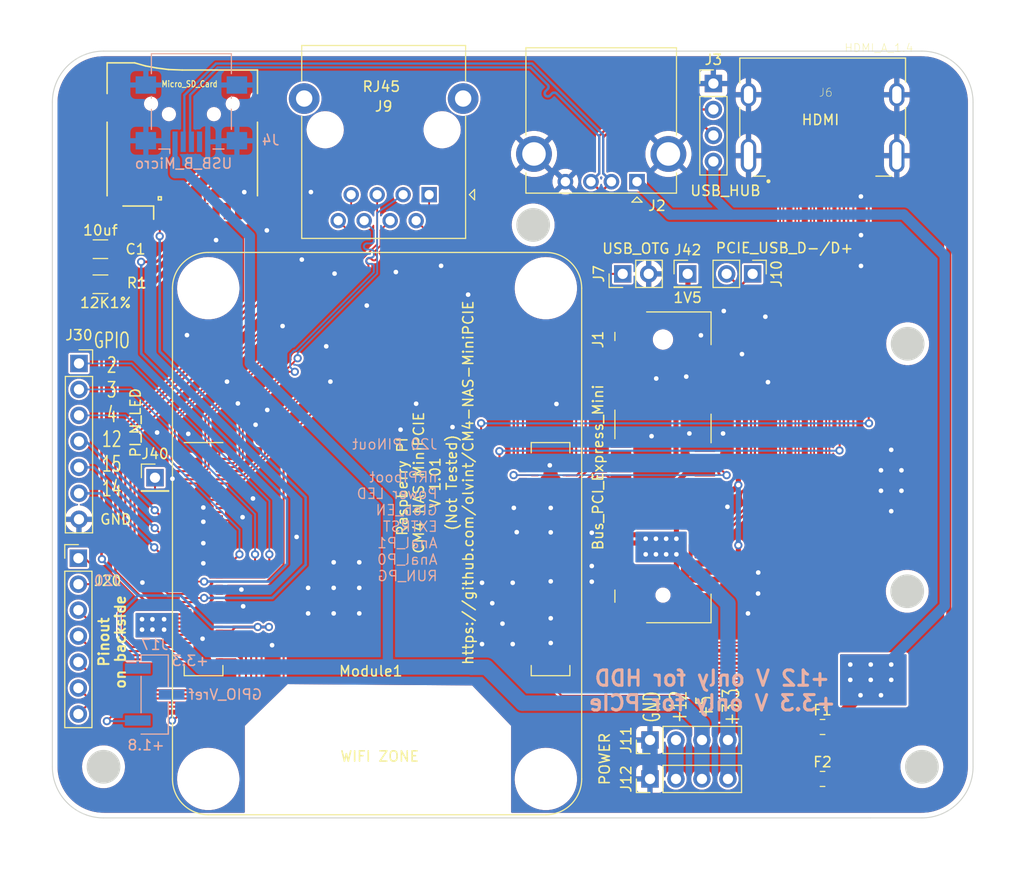
<source format=kicad_pcb>
(kicad_pcb (version 20201220) (generator pcbnew)
  (layers (0 "F.Cu" signal) (1 "In1.Cu" signal) (2 "In2.Cu" signal) (31 "B.Cu" signal) (34 "B.Paste" user) (35 "F.Paste" user) (36 "B.SilkS" user "B.Silkscreen") (37 "F.SilkS" user "F.Silkscreen") (38 "B.Mask" user) (39 "F.Mask" user) (44 "Edge.Cuts" user))
  (net 0 "")
  (net 1 "/Eth_P1_N")
  (net 2 "/Eth_P3_N")
  (net 3 "/Eth_P0_N")
  (net 4 "/Eth_P0_P")
  (net 5 "/Eth_P3_P")
  (net 6 "/Eth_P2_P")
  (net 7 "/Eth_P2_N")
  (net 8 "/Eth_P1_P")
  (net 9 "GND")
  (net 10 "/USB2_P")
  (net 11 "/USB2_N")
  (net 12 "+5V_USB")
  (net 13 "/HDMI0_TX2_P")
  (net 14 "/HDMI0_TX2_N")
  (net 15 "/HDMI0_TX1_P")
  (net 16 "/HDMI0_TX1_N")
  (net 17 "/HDMI0_TX0_P")
  (net 18 "/HDMI0_TX0_N")
  (net 19 "/HDMI0_CLK_P")
  (net 20 "/HDMI0_CLK_N")
  (net 21 "/HDMI0_CEC")
  (net 22 "/HDMI0_SCL")
  (net 23 "/HDMI0_SDA")
  (net 24 "+5V_HDMI")
  (net 25 "/HDMI0_HOTPLUG")
  (net 26 "3V3_PCIE")
  (net 27 "/PCIe_CLK_nREQ")
  (net 28 "/PCIe_CLK_P")
  (net 29 "/PCIe_CLK_N")
  (net 30 "/PCIe_nRST")
  (net 31 "/PCIe_RX_P")
  (net 32 "/PCIe_RX_N")
  (net 33 "/PCIe_TX_P")
  (net 34 "no_connect_116")
  (net 35 "/PCIe_TX_N")
  (net 36 "/PCIe_USB_D_N")
  (net 37 "/PCIe_USB_D_P")
  (net 38 "/USB_OTG_ID")
  (net 39 "/SD_CMD")
  (net 40 "/SD_DAT3")
  (net 41 "/SD_DAT2")
  (net 42 "+5V_USB_IN")
  (net 43 "/SD_CLK")
  (net 44 "/+12V_IN")
  (net 45 "/SD_DAT1")
  (net 46 "/SD_DAT0")
  (net 47 "RUN_PG")
  (net 48 "Analog_P0")
  (net 49 "Analog_P1")
  (net 50 "nEXTRST")
  (net 51 "Global_EN")
  (net 52 "nRPIBOOT")
  (net 53 "GPIO2")
  (net 54 "GPIO3")
  (net 55 "GPIO4")
  (net 56 "GPIO12")
  (net 57 "GPIO14")
  (net 58 "GPIO15")
  (net 59 "PI_N_LED")
  (net 60 "PI_POWER_LED")
  (net 61 "1V5_PCIE")
  (net 62 "GPIO_VREF")
  (net 63 "/SD_PWR_ON")
  (net 64 "3.3V_CM4")
  (net 65 "1.8V_CM4")
  (net 66 "no_connect_92")
  (net 67 "no_connect_101")
  (net 68 "no_connect_111")
  (net 69 "no_connect_113")
  (net 70 "no_connect_93")
  (net 71 "no_connect_94")
  (net 72 "no_connect_95")
  (net 73 "no_connect_96")
  (net 74 "no_connect_97")
  (net 75 "no_connect_98")
  (net 76 "no_connect_99")
  (net 77 "no_connect_100")
  (net 78 "no_connect_102")
  (net 79 "no_connect_103")
  (net 80 "no_connect_104")
  (net 81 "no_connect_105")
  (net 82 "no_connect_106")
  (net 83 "no_connect_107")
  (net 84 "no_connect_108")
  (net 85 "no_connect_109")
  (net 86 "no_connect_110")
  (net 87 "no_connect_112")
  (net 88 "no_connect_115")
  (net 89 "no_connect_117")
  (net 90 "no_connect_142")
  (net 91 "no_connect_148")
  (net 92 "no_connect_155")
  (net 93 "no_connect_159")
  (net 94 "no_connect_164")
  (net 95 "no_connect_169")
  (net 96 "Net-(Module1-Pad24)")
  (net 97 "Net-(Module1-Pad25)")
  (net 98 "Net-(Module1-Pad26)")
  (net 99 "Net-(Module1-Pad27)")
  (net 100 "Net-(Module1-Pad28)")
  (net 101 "Net-(Module1-Pad29)")
  (net 102 "Net-(Module1-Pad30)")
  (net 103 "Net-(Module1-Pad34)")
  (net 104 "Net-(Module1-Pad35)")
  (net 105 "Net-(Module1-Pad36)")
  (net 106 "Net-(Module1-Pad37)")
  (net 107 "Net-(Module1-Pad38)")
  (net 108 "Net-(Module1-Pad39)")
  (net 109 "Net-(Module1-Pad40)")
  (net 110 "Net-(Module1-Pad41)")
  (net 111 "Net-(Module1-Pad44)")
  (net 112 "Net-(Module1-Pad45)")
  (net 113 "Net-(Module1-Pad46)")
  (net 114 "Net-(Module1-Pad47)")
  (net 115 "Net-(Module1-Pad48)")
  (net 116 "Net-(Module1-Pad49)")
  (net 117 "Net-(Module1-Pad50)")
  (net 118 "/SD_DAT5")
  (net 119 "/SD_DAT4")
  (net 120 "/SD_DAT7")
  (net 121 "/SD_DAT6")
  (net 122 "no_connect_170")
  (net 123 "no_connect_171")
  (net 124 "no_connect_172")
  (net 125 "no_connect_118")
  (net 126 "no_connect_119")
  (net 127 "Net-(Module1-Pad111)")
  (net 128 "no_connect_120")
  (net 129 "no_connect_121")
  (net 130 "no_connect_122")
  (net 131 "no_connect_123")
  (net 132 "no_connect_124")
  (net 133 "no_connect_125")
  (net 134 "no_connect_126")
  (net 135 "no_connect_127")
  (net 136 "no_connect_128")
  (net 137 "no_connect_129")
  (net 138 "no_connect_130")
  (net 139 "no_connect_131")
  (net 140 "no_connect_132")
  (net 141 "no_connect_133")
  (net 142 "no_connect_134")
  (net 143 "no_connect_135")
  (net 144 "no_connect_136")
  (net 145 "no_connect_137")
  (net 146 "no_connect_138")
  (net 147 "no_connect_139")
  (net 148 "no_connect_140")
  (net 149 "no_connect_141")
  (net 150 "no_connect_143")
  (net 151 "no_connect_144")
  (net 152 "no_connect_145")
  (net 153 "no_connect_146")
  (net 154 "no_connect_147")
  (net 155 "no_connect_149")
  (net 156 "no_connect_150")
  (net 157 "no_connect_151")
  (net 158 "no_connect_152")
  (net 159 "no_connect_153")
  (net 160 "no_connect_154")
  (net 161 "no_connect_156")
  (net 162 "no_connect_157")
  (net 163 "no_connect_158")
  (net 164 "no_connect_160")
  (net 165 "no_connect_161")
  (net 166 "no_connect_162")
  (net 167 "no_connect_163")
  (net 168 "no_connect_165")
  (net 169 "no_connect_166")
  (net 170 "no_connect_167")
  (net 171 "no_connect_168")
  (net 172 "no_connect_114")
  (footprint "Connector_PinHeader_2.54mm:PinHeader_1x04_P2.54mm_Vertical" (layer "F.Cu") (at 543.42 357.38 90)
    (fp_text reference "J11")
    (fp_text value "V_IN1")
  )
  (footprint "Resistor_SMD:R_1206_3216Metric" (layer "F.Cu") (at 489.699 312.803)
    (fp_text reference "R1")
    (fp_text value "12K1%")
  )
  (footprint "Connector_PinHeader_2.54mm:PinHeader_1x02_P2.54mm_Vertical" (layer "F.Cu") (at 540.753 311.787 90)
    (fp_text reference "J7")
    (fp_text value "USB_OTG")
  )
  (footprint "Connector_PCBEdge:BUS_PCI_Express_Mini_Half" (layer "F.Cu") (at 544.69 330.71 -90)
    (fp_text reference "J1")
    (fp_text value "Bus_PCI_Express_Mini")
  )
  (footprint "Connector_USB:USB_A_CONNFLY_DS1095-WNR0" (layer "F.Cu") (at 542.15 302.77 180)
    (fp_text reference "J2")
    (fp_text value "USB_A")
  )
  (footprint "SD:Conn_uSDcard" (layer "F.Cu") (at 497.7 295.15 180)
    (fp_text reference "J5")
    (fp_text value "Micro_SD_Card")
  )
  (footprint "Connector_PinHeader_2.54mm:PinHeader_1x04_P2.54mm_Vertical" (layer "F.Cu") (at 543.42 361.19 90)
    (fp_text reference "J12")
    (fp_text value "V_IN2")
  )
  (footprint "Capacitor_SMD:C_1206_3216Metric" (layer "F.Cu") (at 489.699 309.374 180)
    (fp_text reference "C1")
    (fp_text value "10uf")
  )
  (footprint "CM4IO:Raspberry-Pi-4-Compute-Module" (layer "F.Cu") (at 500.24 361.19)
    (fp_text reference "Module1")
    (fp_text value "ComputeModule4-CM4")
  )
  (footprint "Connector_PinHeader_2.54mm:PinHeader_1x02_P2.54mm_Vertical" (layer "F.Cu") (at 553.453 311.787 -90)
    (fp_text reference "J10")
    (fp_text value "PCIE_USB_D-/D+")
  )
  (footprint "Resistor_SMD:R_0805_2012Metric" (layer "F.Cu") (at 560.2875 361.19)
    (fp_text reference "F2")
    (fp_text value "Polyfuse")
  )
  (footprint "CM4IO:EDAC 690-019-298-412" (layer "F.Cu") (at 560.3 300.23 180)
    (fp_text reference "J6")
    (fp_text value "HDMI_A_1.4")
  )
  (footprint "Resistor_SMD:R_0805_2012Metric" (layer "F.Cu") (at 560.2875 356.11)
    (fp_text reference "F1")
    (fp_text value "Polyfuse")
  )
  (footprint "Connector_PinHeader_2.54mm:PinHeader_1x01_P2.54mm_Vertical" (layer "F.Cu") (at 495.033 331.724)
    (fp_text reference "J40")
    (fp_text value "N_LED")
  )
  (footprint "Connector_RJ:RJ45_Ninigi_GE" (layer "F.Cu") (at 521.83 304.04 180)
    (fp_text reference "J9")
    (fp_text value "RJ45")
  )
  (footprint "Connector_PinHeader_2.54mm:PinHeader_1x01_P2.54mm_Vertical" (layer "F.Cu") (at 547.103 311.787)
    (fp_text reference "J42")
    (fp_text value "1V5")
  )
  (footprint "Connector_PinSocket_2.54mm:PinSocket_1x07_P2.54mm_Vertical" (layer "F.Cu") (at 487.6 320.55)
    (fp_text reference "J30")
    (fp_text value "Conn_01x07_Female")
  )
  (footprint "Connector_PinHeader_2.54mm:PinHeader_1x07_P2.54mm_Vertical" (layer "F.Cu") (at 487.54 339.6)
    (fp_text reference "J20")
    (fp_text value "Controll Connector")
  )
  (footprint "Connector_PinHeader_2.54mm:PinHeader_1x04_P2.54mm_Vertical" (layer "F.Cu") (at 549.618992 293.168592)
    (fp_text reference "J3")
    (fp_text value "USB_HUB")
  )
  (footprint "Connector_PinHeader_2.54mm:PinHeader_1x03_P2.54mm_Vertical_SMD_Pin1Right" (layer "B.Cu") (at 495 352.933 180)
    (fp_text reference "J17")
    (fp_text value "GPIO_V")
  )
  (footprint "Connector_USB:USB_Mini-B_Lumberg_2486_01_Horizontal" (layer "B.Cu") (at 498.589 296.166)
    (fp_text reference "J4")
    (fp_text value "USB_B_Micro")
  )
  (gr_arc (start 570 360) (end 570 365) (angle -90) (layer "Edge.Cuts") (width 0.1))
  (gr_line (start 565 365) (end 570 365) (layer "Edge.Cuts") (width 0.1))
  (gr_line (start 490 365) (end 565 365) (layer "Edge.Cuts") (width 0.1))
  (gr_arc (start 490 295) (end 485 295) (angle 90) (layer "Edge.Cuts") (width 0.1))
  (gr_circle (center 568.604886 318.623459) (end 570.204886 318.623459) (layer "Edge.Cuts") (width 0.1) (fill solid))
  (gr_circle (center 570 360) (end 571.6 360) (layer "Edge.Cuts") (width 0.1) (fill solid))
  (gr_line (start 485 360) (end 485 295) (layer "Edge.Cuts") (width 0.1))
  (gr_circle (center 568.567325 342.833718) (end 570.167325 342.833718) (layer "Edge.Cuts") (width 0.1) (fill solid))
  (gr_circle (center 532 307) (end 533.6 307) (layer "Edge.Cuts") (width 0.1) (fill solid))
  (gr_line (start 575 360) (end 575 295) (layer "Edge.Cuts") (width 0.1))
  (gr_arc (start 570 295) (end 575 295) (angle -90) (layer "Edge.Cuts") (width 0.1))
  (gr_line (start 570 290) (end 490 290) (layer "Edge.Cuts") (width 0.1))
  (gr_arc (start 490 360) (end 485 360) (angle -90) (layer "Edge.Cuts") (width 0.1))
  (gr_circle (center 490 360) (end 491.6 360) (layer "Edge.Cuts") (width 0.1) (fill solid))
  (gr_text "+3.3" (at 498.475 349.631) (layer "B.SilkS") (effects (font (size 1 1)) (justify mirror)))
  (gr_text "J20 PINout\n\nnRPIboot\nPower LED\nGlob_EN\nEXTRST\nAnal_P1\nAnal_P0\nRUN_PG\n" (at 522.732 334.899) (layer "B.SilkS") (effects (font (size 1 1) (thickness 0.125)) (justify left mirror)))
  (gr_text "GPIO_Vref" (at 501.904 352.933) (layer "B.SilkS") (effects (font (size 1 1)) (justify mirror)))
  (gr_text "+1.8\n" (at 494.157 357.886) (layer "B.SilkS") (effects (font (size 1 1)) (justify mirror)))
  (gr_text "J20" (at 490.4 341.8) (layer "B.SilkS") (effects (font (size 1 1)) (justify mirror)))
  (gr_text "+12 V only for HDD\n+3.3 V only for PCIe" (at 549.5 352.554) (layer "B.SilkS") (effects (font (size 1.5 1.5) (thickness 0.3)) (justify mirror)))
  (gr_text "GPIO\n2\n3\n4\n12\n15\n14" (at 490.808398 325.551656) (layer "F.SilkS") (effects (font (size 1.5 1))))
  (gr_text "GND\n+12\n+5\n+3.3\n" (at 547.485569 354.142208 90) (layer "F.SilkS") (effects (font (size 1.6 1))))
  (gr_text "WIFI ZONE" (at 517 358.985864) (layer "F.SilkS") (effects (font (size 1 1))))
  (gr_text "Pinout\non backside" (at 490.842 347.8 90) (layer "F.SilkS") (effects (font (size 1 1) (thickness 0.2))))
  (gr_text "POWER" (at 538.987399 359.235031 90) (layer "F.SilkS") (effects (font (size 1 1))))
  (gr_text "Raspberry PI \nCM4 NAS MiniPCIE\nV 1.01\n(Not Tested)\nhttps://github.com/olvint/CM4-NAS-MiniPCIE" (at 522.42999 332.211927 90) (layer "F.SilkS") (effects (font (size 1 1))))
  (gr_text "PI_N_LED\n" (at 493.128 326.3412 90) (layer "F.SilkS") (effects (font (size 1 1))))
  (gr_text "GND" (at 491.2 335.8) (layer "F.SilkS") (effects (font (size 1 1))))
  (gr_text "HDMI" (at 560.0824 296.7248) (layer "F.SilkS") (effects (font (size 1 1))))
  (segment (start 503.615416 325.871475) (end 508.124091 321.3628) (width 0.175006) (layer "F.Cu") (net 1))
  (segment (start 502.8 330.69) (end 503.615416 329.874584) (width 0.175006) (layer "F.Cu") (net 1))
  (segment (start 503.615416 329.874584) (end 503.615416 325.871475) (width 0.175006) (layer "F.Cu") (net 1))
  (segment (start 501.32 330.69) (end 502.8 330.69) (width 0.175006) (layer "F.Cu") (net 1))
  (segment (start 508.124091 321.3628) (end 508.6982 321.3628) (width 0.175006) (layer "F.Cu") (net 1))
  (via (at 508.6982 321.3628) (size 0.8) (drill 0.45) (layers "F.Cu" "B.Cu") (net 1))
  (segment (start 515.853459 310.775938) (end 515.916868 310.798126) (width 0.175006) (layer "B.Cu") (net 1))
  (segment (start 516.216266 308.799844) (end 516.149509 308.807366) (width 0.175006) (layer "B.Cu") (net 1))
  (segment (start 515.457031 309.040609) (end 515.449509 309.107366) (width 0.175006) (layer "B.Cu") (net 1))
  (segment (start 516.146725 310.201582) (end 516.213482 310.19406) (width 0.175006) (layer "B.Cu") (net 1))
  (segment (start 508.766282 319.282282) (end 508.630718 319.282282) (width 0.175006) (layer "B.Cu") (net 1))
  (segment (start 516.279675 308.777656) (end 516.216266 308.799844) (width 0.175006) (layer "B.Cu") (net 1))
  (segment (start 515.619344 308.837075) (end 515.562463 308.872816) (width 0.175006) (layer "B.Cu") (net 1))
  (segment (start 508.254 320.9186) (end 508.6982 321.3628) (width 0.175006) (layer "B.Cu") (net 1))
  (segment (start 516.333772 310.136131) (end 516.381275 310.088628) (width 0.175006) (layer "B.Cu") (net 1))
  (segment (start 516.149509 309.407366) (end 516.216266 309.414887) (width 0.175006) (layer "B.Cu") (net 1))
  (segment (start 515.682753 309.399844) (end 515.749509 309.407366) (width 0.175006) (layer "B.Cu") (net 1))
  (segment (start 516.422584 307.522584) (end 516.422584 308.634747) (width 0.175006) (layer "B.Cu") (net 1))
  (segment (start 515.479219 308.9772) (end 515.457031 309.040609) (width 0.175006) (layer "B.Cu") (net 1))
  (segment (start 516.417016 310.031747) (end 516.422584 310.026179) (width 0.175006) (layer "B.Cu") (net 1))
  (segment (start 515.749075 310.692694) (end 515.796578 310.740197) (width 0.175006) (layer "B.Cu") (net 1))
  (segment (start 516.384059 309.520319) (end 516.4198 309.5772) (width 0.175006) (layer "B.Cu") (net 1))
  (segment (start 515.749509 308.807366) (end 515.682753 308.814887) (width 0.175006) (layer "B.Cu") (net 1))
  (segment (start 516.121146 310.206053) (end 516.005628 310.206053) (width 0.175006) (layer "B.Cu") (net 1))
  (segment (start 516.216266 309.414887) (end 516.279675 309.437075) (width 0.175006) (layer "B.Cu") (net 1))
  (segment (start 515.713334 310.375482) (end 515.691146 310.438891) (width 0.175006) (layer "B.Cu") (net 1))
  (segment (start 516.422584 311.62598) (end 508.766282 319.282282) (width 0.175006) (layer "B.Cu") (net 1))
  (segment (start 508.630718 319.282282) (end 508.254 319.659) (width 0.175006) (layer "B.Cu") (net 1))
  (segment (start 515.51496 309.294412) (end 515.562463 309.341915) (width 0.175006) (layer "B.Cu") (net 1))
  (segment (start 515.749509 309.407366) (end 516.149509 309.407366) (width 0.175006) (layer "B.Cu") (net 1))
  (segment (start 516.422584 310.976984) (end 516.422584 311.62598) (width 0.175006) (layer "B.Cu") (net 1))
  (segment (start 515.457031 309.174122) (end 515.479219 309.237531) (width 0.175006) (layer "B.Cu") (net 1))
  (segment (start 516.381275 310.914535) (end 516.417016 310.971416) (width 0.175006) (layer "B.Cu") (net 1))
  (segment (start 516.422584 310.026179) (end 516.422584 309.579984) (width 0.175006) (layer "B.Cu") (net 1))
  (segment (start 515.713334 310.635813) (end 515.749075 310.692694) (width 0.175006) (layer "B.Cu") (net 1))
  (segment (start 516.213482 310.809103) (end 516.276891 310.831291) (width 0.175006) (layer "B.Cu") (net 1))
  (segment (start 515.682753 308.814887) (end 515.619344 308.837075) (width 0.175006) (layer "B.Cu") (net 1))
  (segment (start 516.417016 310.971416) (end 516.422584 310.976984) (width 0.175006) (layer "B.Cu") (net 1))
  (segment (start 516.422584 308.634747) (end 516.4198 308.637531) (width 0.175006) (layer "B.Cu") (net 1))
  (segment (start 516.276891 310.171872) (end 516.333772 310.136131) (width 0.175006) (layer "B.Cu") (net 1))
  (segment (start 515.691146 310.438891) (end 515.683624 310.505648) (width 0.175006) (layer "B.Cu") (net 1))
  (segment (start 515.449509 309.107366) (end 515.457031 309.174122) (width 0.175006) (layer "B.Cu") (net 1))
  (segment (start 516.146725 310.801582) (end 516.213482 310.809103) (width 0.175006) (layer "B.Cu") (net 1))
  (segment (start 516.336556 309.472816) (end 516.384059 309.520319) (width 0.175006) (layer "B.Cu") (net 1))
  (segment (start 515.749075 310.318601) (end 515.713334 310.375482) (width 0.175006) (layer "B.Cu") (net 1))
  (segment (start 516.333772 310.867032) (end 516.381275 310.914535) (width 0.175006) (layer "B.Cu") (net 1))
  (segment (start 515.562463 308.872816) (end 515.51496 308.920319) (width 0.175006) (layer "B.Cu") (net 1))
  (segment (start 515.51496 308.920319) (end 515.479219 308.9772) (width 0.175006) (layer "B.Cu") (net 1))
  (segment (start 516.149509 308.807366) (end 515.749509 308.807366) (width 0.175006) (layer "B.Cu") (net 1))
  (segment (start 515.983624 310.205648) (end 515.916868 310.213169) (width 0.175006) (layer "B.Cu") (net 1))
  (segment (start 516.381275 310.088628) (end 516.417016 310.031747) (width 0.175006) (layer "B.Cu") (net 1))
  (segment (start 515.691146 310.572404) (end 515.713334 310.635813) (width 0.175006) (layer "B.Cu") (net 1))
  (segment (start 516.4198 309.5772) (end 516.422584 309.579984) (width 0.175006) (layer "B.Cu") (net 1))
  (segment (start 516.213482 310.19406) (end 516.276891 310.171872) (width 0.175006) (layer "B.Cu") (net 1))
  (segment (start 515.853459 310.235357) (end 515.796578 310.271098) (width 0.175006) (layer "B.Cu") (net 1))
  (segment (start 516.115229 310.805648) (end 515.983624 310.805648) (width 0.175006) (layer "B.Cu") (net 1))
  (segment (start 515.796578 310.271098) (end 515.749075 310.318601) (width 0.175006) (layer "B.Cu") (net 1))
  (segment (start 515.683624 310.505648) (end 515.691146 310.572404) (width 0.175006) (layer "B.Cu") (net 1))
  (segment (start 515.916868 310.213169) (end 515.853459 310.235357) (width 0.175006) (layer "B.Cu") (net 1))
  (segment (start 516.276891 310.831291) (end 516.333772 310.867032) (width 0.175006) (layer "B.Cu") (net 1))
  (segment (start 516.279675 309.437075) (end 516.336556 309.472816) (width 0.175006) (layer "B.Cu") (net 1))
  (segment (start 515.796578 310.740197) (end 515.853459 310.775938) (width 0.175006) (layer "B.Cu") (net 1))
  (segment (start 516.336556 308.741915) (end 516.279675 308.777656) (width 0.175006) (layer "B.Cu") (net 1))
  (segment (start 516.384059 308.694412) (end 516.336556 308.741915) (width 0.175006) (layer "B.Cu") (net 1))
  (segment (start 515.48 306.58) (end 516.422584 307.522584) (width 0.175006) (layer "B.Cu") (net 1))
  (segment (start 515.479219 309.237531) (end 515.51496 309.294412) (width 0.175006) (layer "B.Cu") (net 1))
  (segment (start 515.619344 309.377656) (end 515.682753 309.399844) (width 0.175006) (layer "B.Cu") (net 1))
  (segment (start 516.417016 310.971416) (end 516.4198 310.9742) (width 0.175006) (layer "B.Cu") (net 1))
  (segment (start 508.254 319.659) (end 508.254 320.9186) (width 0.175006) (layer "B.Cu") (net 1))
  (segment (start 515.916868 310.798126) (end 515.983624 310.805648) (width 0.175006) (layer "B.Cu") (net 1))
  (segment (start 515.562463 309.341915) (end 515.619344 309.377656) (width 0.175006) (layer "B.Cu") (net 1))
  (segment (start 516.4198 308.637531) (end 516.384059 308.694412) (width 0.175006) (layer "B.Cu") (net 1))
  (segment (start 512.036356 310.170205) (end 512.079686 310.213535) (width 0.175006) (layer "F.Cu") (net 2))
  (segment (start 512.798902 309.143134) (end 512.813851 309.208628) (width 0.175006) (layer "F.Cu") (net 2))
  (segment (start 512.617 309.860304) (end 512.556474 309.831157) (width 0.175006) (layer "F.Cu") (net 2))
  (segment (start 512.928216 309.789272) (end 512.875693 309.831157) (width 0.175006) (layer "F.Cu") (net 2))
  (segment (start 496.647297 326.070191) (end 496.647297 330.165297) (width 0.175006) (layer "F.Cu") (net 2))
  (segment (start 513.724221 308.982629) (end 513.663695 309.011776) (width 0.175006) (layer "F.Cu") (net 2))
  (segment (start 513.063426 308.811431) (end 512.997932 308.82638) (width 0.175006) (layer "F.Cu") (net 2))
  (segment (start 512.999247 309.478056) (end 513.014196 309.54355) (width 0.175006) (layer "F.Cu") (net 2))
  (segment (start 511.950374 309.991662) (end 511.965323 310.057156) (width 0.175006) (layer "F.Cu") (net 2))
  (segment (start 498.24 330.69) (end 497.172 330.69) (width 0.175006) (layer "F.Cu") (net 2))
  (segment (start 512.503951 309.789272) (end 512.46062 309.745941) (width 0.175006) (layer "F.Cu") (net 2))
  (segment (start 513.130605 308.811431) (end 513.063426 308.811431) (width 0.175006) (layer "F.Cu") (net 2))
  (segment (start 512.798902 309.075955) (end 512.798902 309.143134) (width 0.175006) (layer "F.Cu") (net 2))
  (segment (start 512.556474 309.831157) (end 512.503951 309.789272) (width 0.175006) (layer "F.Cu") (net 2))
  (segment (start 512.46062 309.745941) (end 512.408097 309.704055) (width 0.175006) (layer "F.Cu") (net 2))
  (segment (start 512.815167 309.860304) (end 512.749673 309.875253) (width 0.175006) (layer "F.Cu") (net 2))
  (segment (start 513.014196 309.610729) (end 512.999247 309.676223) (width 0.175006) (layer "F.Cu") (net 2))
  (segment (start 512.94 306.58) (end 513.882594 307.522594) (width 0.175006) (layer "F.Cu") (net 2))
  (segment (start 513.256625 308.855527) (end 513.196099 308.82638) (width 0.175006) (layer "F.Cu") (net 2))
  (segment (start 512.884884 309.321677) (end 512.928214 309.365007) (width 0.175006) (layer "F.Cu") (net 2))
  (segment (start 511.950374 309.924483) (end 511.950374 309.991662) (width 0.175006) (layer "F.Cu") (net 2))
  (segment (start 513.882594 307.522594) (end 513.882594 308.834894) (width 0.175006) (layer "F.Cu") (net 2))
  (segment (start 512.9701 309.736749) (end 512.928216 309.789272) (width 0.175006) (layer "F.Cu") (net 2))
  (segment (start 512.165668 310.459257) (end 512.150719 310.524751) (width 0.175006) (layer "F.Cu") (net 2))
  (segment (start 513.405002 308.982629) (end 513.352479 308.940744) (width 0.175006) (layer "F.Cu") (net 2))
  (segment (start 496.647297 330.165297) (end 497.135703 330.653703) (width 0.175006) (layer "F.Cu") (net 2))
  (segment (start 513.776744 308.940744) (end 513.724221 308.982629) (width 0.175006) (layer "F.Cu") (net 2))
  (segment (start 512.884884 308.897413) (end 512.842998 308.949935) (width 0.175006) (layer "F.Cu") (net 2))
  (segment (start 512.214898 309.659959) (end 512.149404 309.674908) (width 0.175006) (layer "F.Cu") (net 2))
  (segment (start 512.036356 309.745941) (end 511.99447 309.798463) (width 0.175006) (layer "F.Cu") (net 2))
  (segment (start 512.682494 309.875253) (end 512.617 309.860304) (width 0.175006) (layer "F.Cu") (net 2))
  (segment (start 512.997932 308.82638) (end 512.937406 308.855527) (width 0.175006) (layer "F.Cu") (net 2))
  (segment (start 512.165668 310.392078) (end 512.165668 310.459257) (width 0.175006) (layer "F.Cu") (net 2))
  (segment (start 512.121572 310.266058) (end 512.150719 310.326584) (width 0.175006) (layer "F.Cu") (net 2))
  (segment (start 512.842998 308.949935) (end 512.813851 309.010461) (width 0.175006) (layer "F.Cu") (net 2))
  (segment (start 513.352479 308.940744) (end 513.309148 308.897413) (width 0.175006) (layer "F.Cu") (net 2))
  (segment (start 512.282077 309.659959) (end 512.214898 309.659959) (width 0.175006) (layer "F.Cu") (net 2))
  (segment (start 511.973623 310.743865) (end 496.647297 326.070191) (width 0.175006) (layer "F.Cu") (net 2))
  (segment (start 512.875693 309.831157) (end 512.815167 309.860304) (width 0.175006) (layer "F.Cu") (net 2))
  (segment (start 512.842998 309.269154) (end 512.884884 309.321677) (width 0.175006) (layer "F.Cu") (net 2))
  (segment (start 512.079686 310.213535) (end 512.121572 310.266058) (width 0.175006) (layer "F.Cu") (net 2))
  (segment (start 512.150719 310.524751) (end 512.121572 310.585277) (width 0.175006) (layer "F.Cu") (net 2))
  (segment (start 513.531022 309.026725) (end 513.465528 309.011776) (width 0.175006) (layer "F.Cu") (net 2))
  (segment (start 512.150719 310.326584) (end 512.165668 310.392078) (width 0.175006) (layer "F.Cu") (net 2))
  (segment (start 512.408097 309.704055) (end 512.347571 309.674908) (width 0.175006) (layer "F.Cu") (net 2))
  (segment (start 512.088878 309.704055) (end 512.036356 309.745941) (width 0.175006) (layer "F.Cu") (net 2))
  (segment (start 513.014196 309.54355) (end 513.014196 309.610729) (width 0.175006) (layer "F.Cu") (net 2))
  (segment (start 512.9701 309.41753) (end 512.999247 309.478056) (width 0.175006) (layer "F.Cu") (net 2))
  (segment (start 512.937406 308.855527) (end 512.884884 308.897413) (width 0.175006) (layer "F.Cu") (net 2))
  (segment (start 513.598201 309.026725) (end 513.531022 309.026725) (width 0.175006) (layer "F.Cu") (net 2))
  (segment (start 497.172 330.69) (end 497.135703 330.653703) (width 0.175) (layer "F.Cu") (net 2))
  (segment (start 512.149404 309.674908) (end 512.088878 309.704055) (width 0.175006) (layer "F.Cu") (net 2))
  (segment (start 511.965323 310.057156) (end 511.99447 310.117682) (width 0.175006) (layer "F.Cu") (net 2))
  (segment (start 512.347571 309.674908) (end 512.282077 309.659959) (width 0.175006) (layer "F.Cu") (net 2))
  (segment (start 513.465528 309.011776) (end 513.405002 308.982629) (width 0.175006) (layer "F.Cu") (net 2))
  (segment (start 513.309148 308.897413) (end 513.256625 308.855527) (width 0.175006) (layer "F.Cu") (net 2))
  (segment (start 513.882594 308.834894) (end 513.776744 308.940744) (width 0.175006) (layer "F.Cu") (net 2))
  (segment (start 512.999247 309.676223) (end 512.9701 309.736749) (width 0.175006) (layer "F.Cu") (net 2))
  (segment (start 511.99447 309.798463) (end 511.965323 309.858989) (width 0.175006) (layer "F.Cu") (net 2))
  (segment (start 512.749673 309.875253) (end 512.682494 309.875253) (width 0.175006) (layer "F.Cu") (net 2))
  (segment (start 513.196099 308.82638) (end 513.130605 308.811431) (width 0.175006) (layer "F.Cu") (net 2))
  (segment (start 511.99447 310.117682) (end 512.036356 310.170205) (width 0.175006) (layer "F.Cu") (net 2))
  (segment (start 511.965323 309.858989) (end 511.950374 309.924483) (width 0.175006) (layer "F.Cu") (net 2))
  (segment (start 512.813851 309.010461) (end 512.798902 309.075955) (width 0.175006) (layer "F.Cu") (net 2))
  (segment (start 512.121572 310.585277) (end 512.079687 310.6378) (width 0.175006) (layer "F.Cu") (net 2))
  (segment (start 512.079687 310.6378) (end 511.973623 310.743865) (width 0.175006) (layer "F.Cu") (net 2))
  (segment (start 512.813851 309.208628) (end 512.842998 309.269154) (width 0.175006) (layer "F.Cu") (net 2))
  (segment (start 513.663695 309.011776) (end 513.598201 309.026725) (width 0.175006) (layer "F.Cu") (net 2))
  (segment (start 512.928214 309.365007) (end 512.9701 309.41753) (width 0.175006) (layer "F.Cu") (net 2))
  (segment (start 520.503562 309.594778) (end 520.52575 309.658187) (width 0.175006) (layer "F.Cu") (net 3))
  (segment (start 521.49604 307.51604) (end 521.49604 308.928022) (width 0.175006) (layer "F.Cu") (net 3))
  (segment (start 520.729284 309.8205) (end 520.79604 309.828022) (width 0.175006) (layer "F.Cu") (net 3))
  (segment (start 520.665875 309.798312) (end 520.729284 309.8205) (width 0.175006) (layer "F.Cu") (net 3))
  (segment (start 504.933787 328.219491) (end 504.955975 328.2829) (width 0.175006) (layer "F.Cu") (net 3))
  (segment (start 520.561491 309.715068) (end 520.608994 309.762571) (width 0.175006) (layer "F.Cu") (net 3))
  (segment (start 521.43059 309.940975) (end 521.466331 309.997856) (width 0.175006) (layer "F.Cu") (net 3))
  (segment (start 504.955975 328.022569) (end 504.933787 328.085978) (width 0.175006) (layer "F.Cu") (net 3))
  (segment (start 505.159509 327.860256) (end 505.0961 327.882444) (width 0.175006) (layer "F.Cu") (net 3))
  (segment (start 505.783776 328.685978) (end 505.791297 328.752735) (width 0.175006) (layer "F.Cu") (net 3))
  (segment (start 505.678344 328.518185) (end 505.725847 328.565688) (width 0.175006) (layer "F.Cu") (net 3))
  (segment (start 520.52575 309.658187) (end 520.561491 309.715068) (width 0.175006) (layer "F.Cu") (net 3))
  (segment (start 505.039219 328.387284) (end 505.0961 328.423025) (width 0.175006) (layer "F.Cu") (net 3))
  (segment (start 504.933787 328.085978) (end 504.926265 328.152735) (width 0.175006) (layer "F.Cu") (net 3))
  (segment (start 520.665875 309.257731) (end 520.608994 309.293472) (width 0.175006) (layer "F.Cu") (net 3))
  (segment (start 505.0961 328.423025) (end 505.159509 328.445213) (width 0.175006) (layer "F.Cu") (net 3))
  (segment (start 505.725847 327.739781) (end 505.678344 327.787284) (width 0.175006) (layer "F.Cu") (net 3))
  (segment (start 521.466331 311.284157) (end 505.791297 326.959191) (width 0.175006) (layer "F.Cu") (net 3))
  (segment (start 521.262797 309.2205) (end 521.19604 309.228022) (width 0.175006) (layer "F.Cu") (net 3))
  (segment (start 521.488519 308.994778) (end 521.466331 309.058187) (width 0.175006) (layer "F.Cu") (net 3))
  (segment (start 520.52575 309.397856) (end 520.503562 309.461265) (width 0.175006) (layer "F.Cu") (net 3))
  (segment (start 505.783776 327.619491) (end 505.761588 327.6829) (width 0.175006) (layer "F.Cu") (net 3))
  (segment (start 505.226265 327.852735) (end 505.159509 327.860256) (width 0.175006) (layer "F.Cu") (net 3))
  (segment (start 505.0961 327.882444) (end 505.039219 327.918185) (width 0.175006) (layer "F.Cu") (net 3))
  (segment (start 520.49604 309.528022) (end 520.503562 309.594778) (width 0.175006) (layer "F.Cu") (net 3))
  (segment (start 505.791297 329.372191) (end 503.673488 331.49) (width 0.175006) (layer "F.Cu") (net 3))
  (segment (start 520.79604 309.228022) (end 520.729284 309.235543) (width 0.175006) (layer "F.Cu") (net 3))
  (segment (start 521.383087 309.893472) (end 521.43059 309.940975) (width 0.175006) (layer "F.Cu") (net 3))
  (segment (start 504.991716 328.339781) (end 505.039219 328.387284) (width 0.175006) (layer "F.Cu") (net 3))
  (segment (start 505.558054 327.845213) (end 505.491297 327.852735) (width 0.175006) (layer "F.Cu") (net 3))
  (segment (start 520.608994 309.762571) (end 520.665875 309.798312) (width 0.175006) (layer "F.Cu") (net 3))
  (segment (start 505.761588 327.6829) (end 505.725847 327.739781) (width 0.175006) (layer "F.Cu") (net 3))
  (segment (start 505.725847 328.565688) (end 505.761588 328.622569) (width 0.175006) (layer "F.Cu") (net 3))
  (segment (start 505.491297 328.452735) (end 505.558054 328.460256) (width 0.175006) (layer "F.Cu") (net 3))
  (segment (start 520.729284 309.235543) (end 520.665875 309.257731) (width 0.175006) (layer "F.Cu") (net 3))
  (segment (start 521.19604 309.828022) (end 521.262797 309.835543) (width 0.175006) (layer "F.Cu") (net 3))
  (segment (start 520.79604 309.828022) (end 521.19604 309.828022) (width 0.175006) (layer "F.Cu") (net 3))
  (segment (start 521.466331 309.058187) (end 521.43059 309.115068) (width 0.175006) (layer "F.Cu") (net 3))
  (segment (start 520.608994 309.293472) (end 520.561491 309.340975) (width 0.175006) (layer "F.Cu") (net 3))
  (segment (start 521.19604 309.228022) (end 520.79604 309.228022) (width 0.175006) (layer "F.Cu") (net 3))
  (segment (start 505.621463 327.823025) (end 505.558054 327.845213) (width 0.175006) (layer "F.Cu") (net 3))
  (segment (start 505.621463 328.482444) (end 505.678344 328.518185) (width 0.175006) (layer "F.Cu") (net 3))
  (segment (start 505.558054 328.460256) (end 505.621463 328.482444) (width 0.175006) (layer "F.Cu") (net 3))
  (segment (start 505.226265 328.452735) (end 505.491297 328.452735) (width 0.175006) (layer "F.Cu") (net 3))
  (segment (start 505.791297 329.372191) (end 505.791297 328.752735) (width 0.175006) (layer "F.Cu") (net 3))
  (segment (start 505.039219 327.918185) (end 504.991716 327.965688) (width 0.175006) (layer "F.Cu") (net 3))
  (segment (start 520.56 306.58) (end 521.49604 307.51604) (width 0.175006) (layer "F.Cu") (net 3))
  (segment (start 505.791297 326.959191) (end 505.791297 327.552735) (width 0.175006) (layer "F.Cu") (net 3))
  (segment (start 505.791297 327.552735) (end 505.783776 327.619491) (width 0.175006) (layer "F.Cu") (net 3))
  (segment (start 505.678344 327.787284) (end 505.621463 327.823025) (width 0.175006) (layer "F.Cu") (net 3))
  (segment (start 520.503562 309.461265) (end 520.49604 309.528022) (width 0.175006) (layer "F.Cu") (net 3))
  (segment (start 521.43059 309.115068) (end 521.383087 309.162571) (width 0.175006) (layer "F.Cu") (net 3))
  (segment (start 521.383087 309.162571) (end 521.326206 309.198312) (width 0.175006) (layer "F.Cu") (net 3))
  (segment (start 505.159509 328.445213) (end 505.226265 328.452735) (width 0.175006) (layer "F.Cu") (net 3))
  (segment (start 503.673488 331.49) (end 501.32 331.49) (width 0.175006) (layer "F.Cu") (net 3))
  (segment (start 521.326206 309.198312) (end 521.262797 309.2205) (width 0.175006) (layer "F.Cu") (net 3))
  (segment (start 505.491297 327.852735) (end 505.226265 327.852735) (width 0.175006) (layer "F.Cu") (net 3))
  (segment (start 505.761588 328.622569) (end 505.783776 328.685978) (width 0.175006) (layer "F.Cu") (net 3))
  (segment (start 520.561491 309.340975) (end 520.52575 309.397856) (width 0.175006) (layer "F.Cu") (net 3))
  (segment (start 504.926265 328.152735) (end 504.933787 328.219491) (width 0.175006) (layer "F.Cu") (net 3))
  (segment (start 521.326206 309.857731) (end 521.383087 309.893472) (width 0.175006) (layer "F.Cu") (net 3))
  (segment (start 504.955975 328.2829) (end 504.991716 328.339781) (width 0.175006) (layer "F.Cu") (net 3))
  (segment (start 521.262797 309.835543) (end 521.326206 309.857731) (width 0.175006) (layer "F.Cu") (net 3))
  (segment (start 504.991716 327.965688) (end 504.955975 328.022569) (width 0.175006) (layer "F.Cu") (net 3))
  (segment (start 521.49604 308.928022) (end 521.488519 308.994778) (width 0.175006) (layer "F.Cu") (net 3))
  (segment (start 521.466331 309.997856) (end 521.466331 311.284157) (width 0.175006) (layer "F.Cu") (net 3))
  (segment (start 501.32 331.89) (end 503.736512 331.89) (width 0.175006) (layer "F.Cu") (net 4))
  (segment (start 503.736512 331.89) (end 503.772809 331.853703) (width 0.175006) (layer "F.Cu") (net 4))
  (segment (start 506.118703 327.094809) (end 521.83 311.383512) (width 0.175006) (layer "F.Cu") (net 4))
  (segment (start 521.83 311.383512) (end 521.83 307.522594) (width 0.175006) (layer "F.Cu") (net 4))
  (segment (start 521.83 307.522594) (end 521.83 304.04) (width 0.175006) (layer "F.Cu") (net 4))
  (segment (start 506.118703 329.507809) (end 506.118703 327.094809) (width 0.175006) (layer "F.Cu") (net 4))
  (segment (start 503.772809 331.853703) (end 506.118703 329.507809) (width 0.175006) (layer "F.Cu") (net 4))
  (segment (start 497.192 330.202) (end 496.974703 329.984703) (width 0.175006) (layer "F.Cu") (net 5))
  (segment (start 514.21 308.970512) (end 514.21 307.522594) (width 0.175006) (layer "F.Cu") (net 5))
  (segment (start 497.28 330.29) (end 497.192 330.202) (width 0.175) (layer "F.Cu") (net 5))
  (segment (start 496.974703 326.205809) (end 514.21 308.970512) (width 0.175006) (layer "F.Cu") (net 5))
  (segment (start 498.24 330.29) (end 497.28 330.29) (width 0.175006) (layer "F.Cu") (net 5))
  (segment (start 496.974703 329.984703) (end 496.974703 326.205809) (width 0.175006) (layer "F.Cu") (net 5))
  (segment (start 514.21 307.522594) (end 514.21 304.04) (width 0.175006) (layer "F.Cu") (net 5))
  (segment (start 515.941772 310.252304) (end 515.876277 310.267253) (width 0.175006) (layer "F.Cu") (net 6))
  (segment (start 515.225918 311.11578) (end 515.160423 311.100831) (width 0.175006) (layer "F.Cu") (net 6))
  (segment (start 515.160423 311.100831) (end 515.093245 311.100831) (width 0.175006) (layer "F.Cu") (net 6))
  (segment (start 516.134971 310.296401) (end 516.074445 310.267253) (width 0.175006) (layer "F.Cu") (net 6))
  (segment (start 516.540725 309.602804) (end 516.525775 309.668299) (width 0.175006) (layer "F.Cu") (net 6))
  (segment (start 498.24 331.89) (end 499.164512 331.89) (width 0.175) (layer "F.Cu") (net 6))
  (segment (start 500.276703 325.824809) (end 500.276703 330.777809) (width 0.175006) (layer "F.Cu") (net 6))
  (segment (start 516.569871 309.542279) (end 516.540725 309.602804) (width 0.175006) (layer "F.Cu") (net 6))
  (segment (start 516.569872 309.861497) (end 516.611757 309.91402) (width 0.175006) (layer "F.Cu") (net 6))
  (segment (start 516.525775 309.668299) (end 516.525776 309.735477) (width 0.175006) (layer "F.Cu") (net 6))
  (segment (start 515.806562 310.805879) (end 515.848446 310.858402) (width 0.175006) (layer "F.Cu") (net 6))
  (segment (start 515.763229 310.338284) (end 515.763229 310.338283) (width 0.175006) (layer "F.Cu") (net 6))
  (segment (start 499.164512 331.89) (end 499.200809 331.853703) (width 0.175) (layer "F.Cu") (net 6))
  (segment (start 516.655089 310.381616) (end 516.602567 310.423502) (width 0.175006) (layer "F.Cu") (net 6))
  (segment (start 515.677249 310.584004) (end 515.692197 310.649499) (width 0.175006) (layer "F.Cu") (net 6))
  (segment (start 518.02 306.58) (end 517.077406 307.522594) (width 0.175006) (layer "F.Cu") (net 6))
  (segment (start 515.692197 310.649499) (end 515.721345 310.710024) (width 0.175006) (layer "F.Cu") (net 6))
  (segment (start 515.76323 310.762547) (end 515.806562 310.805879) (width 0.175006) (layer "F.Cu") (net 6))
  (segment (start 516.655089 309.957352) (end 516.696973 310.009875) (width 0.175006) (layer "F.Cu") (net 6))
  (segment (start 515.677248 310.516826) (end 515.677249 310.584004) (width 0.175006) (layer "F.Cu") (net 6))
  (segment (start 516.283347 310.423503) (end 516.230825 310.381616) (width 0.175006) (layer "F.Cu") (net 6))
  (segment (start 516.611756 309.489756) (end 516.569871 309.542279) (width 0.175006) (layer "F.Cu") (net 6))
  (segment (start 516.409367 310.467599) (end 516.343874 310.452649) (width 0.175006) (layer "F.Cu") (net 6))
  (segment (start 500.276703 330.777809) (end 499.200809 331.853703) (width 0.175006) (layer "F.Cu") (net 6))
  (segment (start 515.43482 311.27203) (end 515.382298 311.230143) (width 0.175006) (layer "F.Cu") (net 6))
  (segment (start 514.914702 311.186811) (end 514.808637 311.292875) (width 0.175006) (layer "F.Cu") (net 6))
  (segment (start 516.74107 310.203074) (end 516.726121 310.268569) (width 0.175006) (layer "F.Cu") (net 6))
  (segment (start 515.495347 311.301176) (end 515.43482 311.27203) (width 0.175006) (layer "F.Cu") (net 6))
  (segment (start 515.848446 310.858402) (end 515.877594 310.918928) (width 0.175006) (layer "F.Cu") (net 6))
  (segment (start 516.525776 309.735477) (end 516.540724 309.800972) (width 0.175006) (layer "F.Cu") (net 6))
  (segment (start 515.721344 310.390806) (end 515.692198 310.451331) (width 0.175006) (layer "F.Cu") (net 6))
  (segment (start 515.02775 311.11578) (end 514.967224 311.144928) (width 0.175006) (layer "F.Cu") (net 6))
  (segment (start 515.693513 311.301177) (end 515.62802 311.316125) (width 0.175006) (layer "F.Cu") (net 6))
  (segment (start 516.602567 310.423502) (end 516.54204 310.45265) (width 0.175006) (layer "F.Cu") (net 6))
  (segment (start 516.696973 310.009875) (end 516.726121 310.070401) (width 0.175006) (layer "F.Cu") (net 6))
  (segment (start 515.692198 310.451331) (end 515.677248 310.516826) (width 0.175006) (layer "F.Cu") (net 6))
  (segment (start 516.540724 309.800972) (end 516.569872 309.861497) (width 0.175006) (layer "F.Cu") (net 6))
  (segment (start 515.75404 311.272029) (end 515.693513 311.301177) (width 0.175006) (layer "F.Cu") (net 6))
  (segment (start 516.611757 309.91402) (end 516.655089 309.957352) (width 0.175006) (layer "F.Cu") (net 6))
  (segment (start 516.343874 310.452649) (end 516.283347 310.423503) (width 0.175006) (layer "F.Cu") (net 6))
  (segment (start 517.077406 309.024106) (end 516.611756 309.489756) (width 0.175006) (layer "F.Cu") (net 6))
  (segment (start 516.074445 310.267253) (end 516.00895 310.252304) (width 0.175006) (layer "F.Cu") (net 6))
  (segment (start 516.726121 310.268569) (end 516.696973 310.329095) (width 0.175006) (layer "F.Cu") (net 6))
  (segment (start 515.876277 310.267253) (end 515.815751 310.296401) (width 0.175006) (layer "F.Cu") (net 6))
  (segment (start 516.74107 310.135896) (end 516.74107 310.203074) (width 0.175006) (layer "F.Cu") (net 6))
  (segment (start 517.077406 307.522594) (end 517.077406 309.024106) (width 0.175006) (layer "F.Cu") (net 6))
  (segment (start 515.892543 310.984423) (end 515.892543 311.051601) (width 0.175006) (layer "F.Cu") (net 6))
  (segment (start 515.892543 311.051601) (end 515.877594 311.117096) (width 0.175006) (layer "F.Cu") (net 6))
  (segment (start 516.00895 310.252304) (end 515.941772 310.252304) (width 0.175006) (layer "F.Cu") (net 6))
  (segment (start 515.877594 311.117096) (end 515.848446 311.177622) (width 0.175006) (layer "F.Cu") (net 6))
  (segment (start 516.187494 310.338285) (end 516.134971 310.296401) (width 0.175006) (layer "F.Cu") (net 6))
  (segment (start 515.806562 311.230143) (end 515.75404 311.272029) (width 0.175006) (layer "F.Cu") (net 6))
  (segment (start 515.848446 311.177622) (end 515.806562 311.230143) (width 0.175006) (layer "F.Cu") (net 6))
  (segment (start 516.54204 310.45265) (end 516.476547 310.467598) (width 0.175006) (layer "F.Cu") (net 6))
  (segment (start 516.476547 310.467598) (end 516.409367 310.467599) (width 0.175006) (layer "F.Cu") (net 6))
  (segment (start 516.726121 310.070401) (end 516.74107 310.135896) (width 0.175006) (layer "F.Cu") (net 6))
  (segment (start 514.967224 311.144928) (end 514.914702 311.186811) (width 0.175006) (layer "F.Cu") (net 6))
  (segment (start 515.093245 311.100831) (end 515.02775 311.11578) (width 0.175006) (layer "F.Cu") (net 6))
  (segment (start 515.338967 311.186812) (end 515.286444 311.144928) (width 0.175006) (layer "F.Cu") (net 6))
  (segment (start 516.696973 310.329095) (end 516.655089 310.381616) (width 0.175006) (layer "F.Cu") (net 6))
  (segment (start 514.808637 311.292875) (end 500.276703 325.824809) (width 0.175006) (layer "F.Cu") (net 6))
  (segment (start 515.286444 311.144928) (end 515.225918 311.11578) (width 0.175006) (layer "F.Cu") (net 6))
  (segment (start 516.230825 310.381616) (end 516.187494 310.338285) (width 0.175006) (layer "F.Cu") (net 6))
  (segment (start 515.62802 311.316125) (end 515.56084 311.316126) (width 0.175006) (layer "F.Cu") (net 6))
  (segment (start 515.763229 310.338283) (end 515.721344 310.390806) (width 0.175006) (layer "F.Cu") (net 6))
  (segment (start 515.721345 310.710024) (end 515.76323 310.762547) (width 0.175006) (layer "F.Cu") (net 6))
  (segment (start 515.877594 310.918928) (end 515.892543 310.984423) (width 0.175006) (layer "F.Cu") (net 6))
  (segment (start 515.382298 311.230143) (end 515.338967 311.186812) (width 0.175006) (layer "F.Cu") (net 6))
  (segment (start 515.815751 310.296401) (end 515.763229 310.338284) (width 0.175006) (layer "F.Cu") (net 6))
  (segment (start 515.56084 311.316126) (end 515.495347 311.301176) (width 0.175006) (layer "F.Cu") (net 6))
  (segment (start 499.949297 330.642191) (end 499.108244 331.483244) (width 0.175006) (layer "F.Cu") (net 7))
  (segment (start 499.101488 331.49) (end 499.108244 331.483244) (width 0.175) (layer "F.Cu") (net 7))
  (segment (start 516.75 304.04) (end 516.75 308.888488) (width 0.175006) (layer "F.Cu") (net 7))
  (segment (start 499.949297 325.689191) (end 516.75 308.888488) (width 0.175006) (layer "F.Cu") (net 7))
  (segment (start 498.24 331.49) (end 499.101488 331.49) (width 0.175) (layer "F.Cu") (net 7))
  (segment (start 499.949297 325.689191) (end 499.949297 330.642191) (width 0.175006) (layer "F.Cu") (net 7))
  (segment (start 501.32 330.29) (end 502.736964 330.29) (width 0.175006) (layer "F.Cu") (net 8))
  (segment (start 503.288 329.738964) (end 503.288 325.735867) (width 0.175006) (layer "F.Cu") (net 8))
  (segment (start 507.775214 321.248653) (end 507.775214 321.244654) (width 0.175006) (layer "F.Cu") (net 8))
  (segment (start 503.288 325.735867) (end 507.775214 321.248653) (width 0.175006) (layer "F.Cu") (net 8))
  (segment (start 502.736964 330.29) (end 503.288 329.738964) (width 0.175006) (layer "F.Cu") (net 8))
  (segment (start 507.775214 321.248653) (end 507.775214 321.244386) (width 0.175006) (layer "F.Cu") (net 8))
  (segment (start 507.775214 321.244386) (end 508.9776 320.042) (width 0.175006) (layer "F.Cu") (net 8))
  (via (at 508.9776 320.042) (size 0.8) (drill 0.45) (layers "F.Cu" "B.Cu") (net 8))
  (segment (start 519.29 304.04) (end 516.75 305.818) (width 0.175006) (layer "B.Cu") (net 8))
  (segment (start 508.9776 319.534) (end 508.9776 320.042) (width 0.175006) (layer "B.Cu") (net 8))
  (segment (start 516.75 305.818) (end 516.75 311.7616) (width 0.175006) (layer "B.Cu") (net 8))
  (segment (start 516.75 311.7616) (end 508.9776 319.534) (width 0.175006) (layer "B.Cu") (net 8))
  (segment (start 501 308.483) (end 501.002 308.485) (width 0.25) (layer "F.Cu") (net 9))
  (segment (start 505.976757 307.521939) (end 505.965343 307.533353) (width 0.25) (layer "F.Cu") (net 9))
  (segment (start 505.976757 307.326757) (end 505.976757 307.521939) (width 0.25) (layer "F.Cu") (net 9))
  (segment (start 505.965343 307.286115) (end 505.965343 307.533353) (width 0.25) (layer "F.Cu") (net 9))
  (segment (start 505.45 305.15) (end 505.965343 305.665343) (width 0.25) (layer "F.Cu") (net 9))
  (segment (start 501 305.65) (end 501 308.483) (width 0.25) (layer "F.Cu") (net 9))
  (via (at 515.734 314.8858) (size 0.8) (drill 0.45) (layers "F.Cu" "B.Cu") (net 9))
  (via (at 554 341) (size 0.8) (drill 0.45) (layers "F.Cu" "B.Cu") (net 9))
  (via (at 524.116 326.773) (size 0.8) (drill 0.45) (layers "F.Cu" "B.Cu") (net 9))
  (via (at 550.6336 315.4192) (size 0.8) (drill 0.45) (layers "F.Cu" "B.Cu") (net 9))
  (via (at 495.2362 327.3064) (size 0.8) (drill 0.45) (layers "F.Cu" "B.Cu") (net 9))
  (via (at 534.276 324.5124) (size 0.8) (drill 0.45) (layers "F.Cu" "B.Cu") (net 9))
  (via (at 519.036 327.027) (size 0.8) (drill 0.45) (layers "F.Cu" "B.Cu") (net 9))
  (via (at 537.728498 341.89733) (size 0.8) (drill 0.45) (layers "F.Cu" "B.Cu") (net 9))
  (via (at 567 335) (size 0.8) (drill 0.45) (layers "F.Cu" "B.Cu") (net 9))
  (via (at 510.273 303.786) (size 0.8) (drill 0.45) (layers "F.Cu" "B.Cu") (net 9))
  (via (at 515 340) (size 0.8) (drill 0.45) (layers "F.Cu" "B.Cu") (net 9))
  (via (at 504.8628 326.5444) (size 0.8) (drill 0.45) (layers "F.Cu" "B.Cu") (net 9))
  (via (at 564.038059 304.217414) (size 0.8) (drill 0.45) (layers "F.Cu" "B.Cu") (net 9))
  (via (at 522.9984 310.9996) (size 0.8) (drill 0.45) (layers "F.Cu" "B.Cu") (net 9))
  (via (at 544.0296 322.0232) (size 0.8) (drill 0.45) (layers "F.Cu" "B.Cu") (net 9))
  (via (at 499.756113 334.640921) (size 0.8) (drill 0.45) (layers "F.Cu" "B.Cu") (net 9))
  (via (at 505.965343 307.533353) (size 0.8) (drill 0.45) (layers "F.Cu" "B.Cu") (net 9))
  (via (at 503.478598 342.666245) (size 0.8) (drill 0.45) (layers "F.Cu" "B.Cu") (net 9))
  (via (at 568 331) (size 0.8) (drill 0.45) (layers "F.Cu" "B.Cu") (net 9))
  (via (at 518.5788 311.6092) (size 0.8) (drill 0.45) (layers "F.Cu" "B.Cu") (net 9))
  (via (at 529 346) (size 0.8) (drill 0.45) (layers "F.Cu" "B.Cu") (net 9))
  (via (at 515 342.5) (size 0.8) (drill 0.45) (layers "F.Cu" "B.Cu") (net 9))
  (via (at 503.758268 303.790451) (size 0.8) (drill 0.45) (layers "F.Cu" "B.Cu") (net 9))
  (via (at 509.384 310.39) (size 0.8) (drill 0.45) (layers "F.Cu" "B.Cu") (net 9))
  (via (at 499.756113 336.033735) (size 0.8) (drill 0.45) (layers "F.Cu" "B.Cu") (net 9))
  (via (at 552.4116 319.6356) (size 0.8) (drill 0.45) (layers "F.Cu" "B.Cu") (net 9))
  (via (at 512.5 345) (size 0.8) (drill 0.45) (layers "F.Cu" "B.Cu") (net 9))
  (via (at 537.728498 340.362) (size 0.8) (drill 0.45) (layers "F.Cu" "B.Cu") (net 9))
  (via (at 499.6812 347.474) (size 0.8) (drill 0.45) (layers "F.Cu" "B.Cu") (net 9))
  (via (at 537.728498 337.107496) (size 0.8) (drill 0.45) (layers "F.Cu" "B.Cu") (net 9))
  (via (at 564.04547 311.009449) (size 0.8) (drill 0.45) (layers "F.Cu" "B.Cu") (net 9))
  (via (at 543.5724 327.662) (size 0.8) (drill 0.45) (layers "F.Cu" "B.Cu") (net 9))
  (via (at 503.649386 344.301552) (size 0.8) (drill 0.45) (layers "F.Cu" "B.Cu") (net 9))
  (via (at 566 333) (size 0.8) (drill 0.45) (layers "F.Cu" "B.Cu") (net 9))
  (via (at 530 348) (size 0.8) (drill 0.45) (layers "F.Cu" "B.Cu") (net 9))
  (via (at 530.392887 337.050923) (size 0.8) (drill 0.45) (layers "F.Cu" "B.Cu") (net 9))
  (via (at 554.6976 315.978) (size 0.8) (drill 0.45) (layers "F.Cu" "B.Cu") (net 9))
  (via (at 504.6088 333.758) (size 0.8) (drill 0.45) (layers "F.Cu" "B.Cu") (net 9))
  (via (at 512.5 342.5) (size 0.8) (drill 0.45) (layers "F.Cu" "B.Cu") (net 9))
  (via (at 550.9892 334.5708) (size 0.8) (drill 0.45) (layers "F.Cu" "B.Cu") (net 9))
  (via (at 533.716241 347.89189) (size 0.8) (drill 0.45) (layers "F.Cu" "B.Cu") (net 9))
  (via (at 499.756113 340.095846) (size 0.8) (drill 0.45) (layers "F.Cu" "B.Cu") (net 9))
  (via (at 499.756113 338.129025) (size 0.8) (drill 0.45) (layers "F.Cu" "B.Cu") (net 9))
  (via (at 496.7348 331.8276) (size 0.8) (drill 0.45) (layers "F.Cu" "B.Cu") (net 9))
  (via (at 501.002 308.485) (size 0.8) (drill 0.45) (layers "F.Cu" "B.Cu") (net 9))
  (via (at 533.6253 330.512984) (size 0.8) (drill 0.45) (layers "F.Cu" "B.Cu") (net 9))
  (via (at 566 331) (size 0.8) (drill 0.45) (layers "F.Cu" "B.Cu") (net 9))
  (via (at 525.64 313.819) (size 0.8) (drill 0.45) (layers "F.Cu" "B.Cu") (net 9))
  (via (at 527 348) (size 0.8) (drill 0.45) (layers "F.Cu" "B.Cu") (net 9))
  (via (at 511.7716 318.8736) (size 0.8) (drill 0.45) (layers "F.Cu" "B.Cu") (net 9))
  (via (at 533.716241 345.472848) (size 0.8) (drill 0.45) (layers "F.Cu" "B.Cu") (net 9))
  (via (at 547.269585 327.400025) (size 0.8) (drill 0.45) (layers "F.Cu" "B.Cu") (net 9))
  (via (at 512.5844 311.7616) (size 0.8) (drill 0.45) (layers "F.Cu" "B.Cu") (net 9))
  (via (at 506.476 348.107) (size 0.8) (drill 0.45) (layers "F.Cu" "B.Cu") (net 9))
  (via (at 510 345) (size 0.8) (drill 0.45) (layers "F.Cu" "B.Cu") (net 9))
  (via (at 553.9864 343.0544) (size 0.8) (drill 0.45) (layers "F.Cu" "B.Cu") (net 9))
  (via (at 530 342) (size 0.8) (drill 0.45) (layers "F.Cu" "B.Cu") (net 9))
  (via (at 515 345) (size 0.8) (drill 0.45) (layers "F.Cu" "B.Cu") (net 9))
  (via (at 568 333) (size 0.8) (drill 0.45) (layers "F.Cu" "B.Cu") (net 9))
  (via (at 508.876 337.5172) (size 0.8) (drill 0.45) (layers "F.Cu" "B.Cu") (net 9))
  (via (at 512.178 322.328) (size 0.8) (drill 0.45) (layers "F.Cu" "B.Cu") (net 9))
  (via (at 510 342.5) (size 0.8) (drill 0.45) (layers "F.Cu" "B.Cu") (net 9))
  (via (at 512.5 340) (size 0.8) (drill 0.45) (layers "F.Cu" "B.Cu") (net 9))
  (via (at 550.561664 327.400025) (size 0.8) (drill 0.45) (layers "F.Cu" "B.Cu") (net 9))
  (via (at 506.0058 325.0966) (size 0.8) (drill 0.45) (layers "F.Cu" "B.Cu") (net 9))
  (via (at 528 344) (size 0.8) (drill 0.45) (layers "F.Cu" "B.Cu") (net 9))
  (via (at 503.1356 324.4616) (size 0.8) (drill 0.45) (layers "F.Cu" "B.Cu") (net 9))
  (via (at 533.716241 334.678101) (size 0.8) (drill 0.45) (layers "F.Cu" "B.Cu") (net 9))
  (via (at 520.56 324.487) (size 0.8) (drill 0.45) (layers "F.Cu" "B.Cu") (net 9))
  (via (at 567 329) (size 0.8) (drill 0.45) (layers "F.Cu" "B.Cu") (net 9))
  (via (at 530.110022 334.674864) (size 0.8) (drill 0.45) (layers "F.Cu" "B.Cu") (net 9))
  (via (at 533.716241 341.862473) (size 0.8) (drill 0.45) (layers "F.Cu" "B.Cu") (net 9))
  (via (at 507.5044 316.8924) (size 0.8) (drill 0.45) (layers "F.Cu" "B.Cu") (net 9))
  (via (at 564.047107 307.996836) (size 0.8) (drill 0.45) (layers "F.Cu" "B.Cu") (net 9))
  (via (at 493.799552 341.980311) (size 0.8) (drill 0.45) (layers "F.Cu" "B.Cu") (net 9))
  (via (at 503.5928 335.5868) (size 0.8) (drill 0.45) (layers "F.Cu" "B.Cu") (net 9))
  (via (at 553 345) (size 0.8) (drill 0.45) (layers "F.Cu" "B.Cu") (net 9))
  (via (at 554.9516 322.3788) (size 0.8) (drill 0.45) (layers "F.Cu" "B.Cu") (net 9))
  (via (at 546.964701 321.835868) (size 0.8) (drill 0.45) (layers "F.Cu" "B.Cu") (net 9))
  (via (at 548.397028 317.796553) (size 0.8) (drill 0.45) (layers "F.Cu" "B.Cu") (net 9))
  (via (at 502.0688 322.328) (size 0.8) (drill 0.45) (layers "F.Cu" "B.Cu") (net 9))
  (via (at 498.2842 327.4334) (size 0.8) (drill 0.45) (layers "F.Cu" "B.Cu") (net 9))
  (via (at 533.716241 337.06986) (size 0.8) (drill 0.45) (layers "F.Cu" "B.Cu") (net 9))
  (via (at 527 342) (size 0.8) (drill 0.45) (layers "F.Cu" "B.Cu") (net 9))
  (via (at 498.1572 317.7814) (size 0.8) (drill 0.45) (layers "F.Cu" "B.Cu") (net 9))
  (segment (start 543.42 357.38) (end 543.42 361.19) (width 1.5) (layer "B.Cu") (net 9))
  (segment (start 543.042131 295.469737) (end 543.027681 295.428441) (width 0.228854) (layer "F.Cu") (net 10))
  (segment (start 542.642408 295.317835) (end 542.598932 295.322733) (width 0.228854) (layer "F.Cu") (net 10))
  (segment (start 538.459373 298.287456) (end 538.459373 301.960627) (width 0.228854) (layer "F.Cu") (net 10))
  (segment (start 543.242408 295.708592) (end 543.198932 295.703693) (width 0.228854) (layer "F.Cu") (net 10))
  (segment (start 543.157636 295.689243) (end 543.120591 295.665966) (width 0.228854) (layer "F.Cu") (net 10))
  (segment (start 542.295127 295.703693) (end 542.251652 295.708592) (width 0.228854) (layer "F.Cu") (net 10))
  (segment (start 543.198932 295.703693) (end 543.157636 295.689243) (width 0.228854) (layer "F.Cu") (net 10))
  (segment (start 538.459373 305.027246) (end 536.984883 306.501736) (width 0.228854) (layer "F.Cu") (net 10))
  (segment (start 537.65 302.77) (end 538.459373 303.579373) (width 0.228854) (layer "F.Cu") (net 10))
  (segment (start 542.973468 295.36046) (end 542.936423 295.337183) (width 0.228854) (layer "F.Cu") (net 10))
  (segment (start 542.336423 295.689243) (end 542.295127 295.703693) (width 0.228854) (layer "F.Cu") (net 10))
  (segment (start 542.427681 295.597985) (end 542.404404 295.63503) (width 0.228854) (layer "F.Cu") (net 10))
  (segment (start 543.120591 295.665966) (end 543.089655 295.63503) (width 0.228854) (layer "F.Cu") (net 10))
  (segment (start 543.066378 295.597985) (end 543.051928 295.556689) (width 0.228854) (layer "F.Cu") (net 10))
  (segment (start 530.106138 323.237156) (end 530.106138 329.849158) (width 0.228854) (layer "F.Cu") (net 10))
  (segment (start 542.451928 295.469737) (end 542.442131 295.556689) (width 0.228854) (layer "F.Cu") (net 10))
  (segment (start 542.936423 295.337183) (end 542.895127 295.322733) (width 0.228854) (layer "F.Cu") (net 10))
  (segment (start 542.851652 295.317835) (end 542.642408 295.317835) (width 0.228854) (layer "F.Cu") (net 10))
  (segment (start 542.442131 295.556689) (end 542.427681 295.597985) (width 0.228854) (layer "F.Cu") (net 10))
  (segment (start 532.158515 330.688624) (end 530.945604 330.688624) (width 0.2) (layer "F.Cu") (net 10))
  (segment (start 543.004404 295.391396) (end 542.973468 295.36046) (width 0.228854) (layer "F.Cu") (net 10))
  (segment (start 542.598932 295.322733) (end 542.557636 295.337183) (width 0.228854) (layer "F.Cu") (net 10))
  (segment (start 542.557636 295.337183) (end 542.520591 295.36046) (width 0.228854) (layer "F.Cu") (net 10))
  (segment (start 542.251652 295.708592) (end 541.038237 295.708592) (width 0.228854) (layer "F.Cu") (net 10))
  (segment (start 538.459373 301.960627) (end 537.65 302.77) (width 0.228854) (layer "F.Cu") (net 10))
  (segment (start 543.051928 295.556689) (end 543.042131 295.469737) (width 0.228854) (layer "F.Cu") (net 10))
  (segment (start 542.520591 295.36046) (end 542.489655 295.391396) (width 0.228854) (layer "F.Cu") (net 10))
  (segment (start 549.618992 295.708592) (end 543.242408 295.708592) (width 0.228854) (layer "F.Cu") (net 10))
  (segment (start 541.038237 295.708592) (end 538.459373 298.287456) (width 0.228854) (layer "F.Cu") (net 10))
  (segment (start 543.027681 295.428441) (end 543.004404 295.391396) (width 0.228854) (layer "F.Cu") (net 10))
  (segment (start 530.106138 329.849158) (end 530.945604 330.688624) (width 0.228854) (layer "F.Cu") (net 10))
  (segment (start 536.984883 316.358411) (end 530.106138 323.237156) (width 0.228854) (layer "F.Cu") (net 10))
  (segment (start 542.404404 295.63503) (end 542.373468 295.665966) (width 0.228854) (layer "F.Cu") (net 10))
  (segment (start 538.459373 303.579373) (end 538.459373 305.027246) (width 0.228854) (layer "F.Cu") (net 10))
  (segment (start 542.489655 295.391396) (end 542.466378 295.428441) (width 0.228854) (layer "F.Cu") (net 10))
  (segment (start 543.089655 295.63503) (end 543.066378 295.597985) (width 0.228854) (layer "F.Cu") (net 10))
  (segment (start 536.984883 306.501736) (end 536.984883 316.358411) (width 0.228854) (layer "F.Cu") (net 10))
  (segment (start 542.373468 295.665966) (end 542.336423 295.689243) (width 0.228854) (layer "F.Cu") (net 10))
  (segment (start 542.466378 295.428441) (end 542.451928 295.469737) (width 0.228854) (layer "F.Cu") (net 10))
  (segment (start 542.895127 295.322733) (end 542.851652 295.317835) (width 0.228854) (layer "F.Cu") (net 10))
  (segment (start 533.213775 294.347695) (end 533.17189 294.295173) (width 0.228854) (layer "B.Cu") (net 10))
  (segment (start 533.638039 294.347695) (end 533.585518 294.389581) (width 0.228854) (layer "B.Cu") (net 10))
  (segment (start 533.505657 293.471807) (end 533.490709 293.406314) (width 0.228854) (layer "B.Cu") (net 10))
  (segment (start 533.896464 294.099908) (end 533.843942 294.141795) (width 0.228854) (layer "B.Cu") (net 10))
  (segment (start 533.213776 293.923431) (end 533.419676 293.717528) (width 0.228854) (layer "B.Cu") (net 10))
  (segment (start 534.155157 294.070761) (end 534.089664 294.055813) (width 0.228854) (layer "B.Cu") (net 10))
  (segment (start 533.524991 294.418727) (end 533.459498 294.433677) (width 0.228854) (layer "B.Cu") (net 10))
  (segment (start 531.724899 291.598487) (end 501.154409 291.598487) (width 0.228854) (layer "B.Cu") (net 10))
  (segment (start 501.154409 291.598487) (end 498.462 294.290896) (width 0.228854) (layer "B.Cu") (net 10))
  (segment (start 533.490709 293.406314) (end 533.461561 293.345787) (width 0.228854) (layer "B.Cu") (net 10))
  (segment (start 533.127793 294.101973) (end 533.142743 294.03648) (width 0.228854) (layer "B.Cu") (net 10))
  (segment (start 538.459373 301.960627) (end 538.459373 298.332961) (width 0.228854) (layer "B.Cu") (net 10))
  (segment (start 534.089664 294.055813) (end 534.022484 294.055812) (width 0.228854) (layer "B.Cu") (net 10))
  (segment (start 533.843942 294.141795) (end 533.638039 294.347695) (width 0.228854) (layer "B.Cu") (net 10))
  (segment (start 537.65 302.77) (end 538.459373 301.960627) (width 0.228854) (layer "B.Cu") (net 10))
  (segment (start 533.326825 294.418728) (end 533.266298 294.38958) (width 0.228854) (layer "B.Cu") (net 10))
  (segment (start 533.142742 294.234646) (end 533.127794 294.169153) (width 0.228854) (layer "B.Cu") (net 10))
  (segment (start 533.956991 294.070762) (end 533.896464 294.099908) (width 0.228854) (layer "B.Cu") (net 10))
  (segment (start 533.461561 293.345787) (end 533.419677 293.293265) (width 0.228854) (layer "B.Cu") (net 10))
  (segment (start 533.490708 293.60448) (end 533.505658 293.538987) (width 0.228854) (layer "B.Cu") (net 10))
  (segment (start 538.459373 298.332961) (end 534.268206 294.141794) (width 0.228854) (layer "B.Cu") (net 10))
  (segment (start 533.392318 294.433676) (end 533.326825 294.418728) (width 0.228854) (layer "B.Cu") (net 10))
  (segment (start 533.142743 294.03648) (end 533.171889 293.975953) (width 0.228854) (layer "B.Cu") (net 10))
  (segment (start 533.461562 293.665007) (end 533.490708 293.60448) (width 0.228854) (layer "B.Cu") (net 10))
  (segment (start 533.459498 294.433677) (end 533.392318 294.433676) (width 0.228854) (layer "B.Cu") (net 10))
  (segment (start 534.215684 294.099909) (end 534.155157 294.070761) (width 0.228854) (layer "B.Cu") (net 10))
  (segment (start 533.419676 293.717528) (end 533.461562 293.665007) (width 0.228854) (layer "B.Cu") (net 10))
  (segment (start 533.127794 294.169153) (end 533.127793 294.101973) (width 0.228854) (layer "B.Cu") (net 10))
  (segment (start 533.171889 293.975953) (end 533.213776 293.923431) (width 0.228854) (layer "B.Cu") (net 10))
  (segment (start 534.022484 294.055812) (end 533.956991 294.070762) (width 0.228854) (layer "B.Cu") (net 10))
  (segment (start 533.505658 293.538987) (end 533.505657 293.471807) (width 0.228854) (layer "B.Cu") (net 10))
  (segment (start 533.17189 294.295173) (end 533.142742 294.234646) (width 0.228854) (layer "B.Cu") (net 10))
  (segment (start 498.462 294.290896) (end 498.462 299.12) (width 0.228854) (layer "B.Cu") (net 10))
  (segment (start 533.585518 294.389581) (end 533.524991 294.418727) (width 0.228854) (layer "B.Cu") (net 10))
  (segment (start 533.266298 294.38958) (end 533.213775 294.347695) (width 0.228854) (layer "B.Cu") (net 10))
  (segment (start 533.419677 293.293265) (end 531.724899 291.598487) (width 0.228854) (layer "B.Cu") (net 10))
  (segment (start 534.268206 294.141794) (end 534.215684 294.099909) (width 0.228854) (layer "B.Cu") (net 10))
  (segment (start 549.618992 298.248592) (end 547.460246 296.089846) (width 0.228854) (layer "F.Cu") (net 11))
  (segment (start 538.840627 305.185168) (end 537.366137 306.659658) (width 0.228854) (layer "F.Cu") (net 11))
  (segment (start 537.366137 306.659658) (end 537.366137 316.516333) (width 0.228854) (layer "F.Cu") (net 11))
  (segment (start 539.65 302.77) (end 538.840627 303.579373) (width 0.228854) (layer "F.Cu") (net 11))
  (segment (start 538.840627 298.445378) (end 538.840627 301.960627) (width 0.228854) (layer "F.Cu") (net 11))
  (segment (start 530.487392 323.395078) (end 530.487392 329.691236) (width 0.228854) (layer "F.Cu") (net 11))
  (segment (start 538.840627 303.579373) (end 538.840627 305.185168) (width 0.228854) (layer "F.Cu") (net 11))
  (segment (start 530.487392 329.691236) (end 531.100593 330.304437) (width 0.228854) (layer "F.Cu") (net 11))
  (segment (start 537.366137 316.516333) (end 530.487392 323.395078) (width 0.228854) (layer "F.Cu") (net 11))
  (segment (start 541.196159 296.089846) (end 538.840627 298.445378) (width 0.228854) (layer "F.Cu") (net 11))
  (segment (start 538.840627 301.960627) (end 539.65 302.77) (width 0.228854) (layer "F.Cu") (net 11))
  (segment (start 547.460246 296.089846) (end 541.196159 296.089846) (width 0.228854) (layer "F.Cu") (net 11))
  (segment (start 531.100593 330.304437) (end 532.16 330.304437) (width 0.2) (layer "F.Cu") (net 11))
  (segment (start 538.840627 301.960627) (end 538.840627 298.175039) (width 0.228854) (layer "B.Cu") (net 11))
  (segment (start 531.882811 291.217223) (end 500.996485 291.217223) (width 0.228854) (layer "B.Cu") (net 11))
  (segment (start 539.65 302.77) (end 538.840627 301.960627) (width 0.228854) (layer "B.Cu") (net 11))
  (segment (start 497.9032 295.0992) (end 497.9032 298.828) (width 0.228854) (layer "B.Cu") (net 11))
  (segment (start 538.840627 298.175039) (end 531.882811 291.217223) (width 0.228854) (layer "B.Cu") (net 11))
  (segment (start 497.9032 294.310508) (end 497.9032 295.0992) (width 0.228854) (layer "B.Cu") (net 11))
  (segment (start 500.996485 291.217223) (end 497.9032 294.310508) (width 0.228854) (layer "B.Cu") (net 11))
  (segment (start 562.95 354.05) (end 564 353) (width 1) (layer "F.Cu") (net 12))
  (segment (start 561.2 356.11) (end 561.2 355.8) (width 1) (layer "F.Cu") (net 12))
  (segment (start 563 351.5) (end 563 354) (width 1) (layer "F.Cu") (net 12))
  (segment (start 561.2 355.8) (end 562.95 354.05) (width 1) (layer "F.Cu") (net 12))
  (segment (start 563 354) (end 562.95 354.05) (width 1) (layer "F.Cu") (net 12))
  (via (at 564 353) (size 0.8) (drill 0.45) (layers "F.Cu" "B.Cu") (net 12))
  (via (at 563 350) (size 0.8) (drill 0.45) (layers "F.Cu" "B.Cu") (net 12))
  (via (at 565 350) (size 0.8) (drill 0.45) (layers "F.Cu" "B.Cu") (net 12))
  (via (at 567 351.5) (size 0.8) (drill 0.45) (layers "F.Cu" "B.Cu") (net 12))
  (via (at 567 350) (size 0.8) (drill 0.45) (layers "F.Cu" "B.Cu") (net 12))
  (via (at 566 353) (size 0.8) (drill 0.45) (layers "F.Cu" "B.Cu") (net 12))
  (via (at 563 351.5) (size 0.8) (drill 0.45) (layers "F.Cu" "B.Cu") (net 12))
  (via (at 565 351.5) (size 0.8) (drill 0.45) (layers "F.Cu" "B.Cu") (net 12))
  (segment (start 551.3152 306) (end 545.38 306) (width 1) (layer "B.Cu") (net 12))
  (segment (start 572.229297 309.989297) (end 568.232588 305.992588) (width 1) (layer "B.Cu") (net 12))
  (segment (start 549.618992 304.303792) (end 551.3152 306) (width 1) (layer "B.Cu") (net 12))
  (segment (start 572.229297 344.229297) (end 572.229297 309.989297) (width 1) (layer "B.Cu") (net 12))
  (segment (start 558.007412 305.992588) (end 558 306) (width 1) (layer "B.Cu") (net 12))
  (segment (start 549.618992 300.788592) (end 549.618992 304.303792) (width 1) (layer "B.Cu") (net 12))
  (segment (start 558 306) (end 551.3152 306) (width 1) (layer "B.Cu") (net 12))
  (segment (start 545.38 306) (end 542.15 302.77) (width 1) (layer "B.Cu") (net 12))
  (segment (start 568.232588 305.992588) (end 558.007412 305.992588) (width 1) (layer "B.Cu") (net 12))
  (segment (start 572.229297 344.270703) (end 572.229297 344.229297) (width 1) (layer "B.Cu") (net 12))
  (segment (start 565 351.5) (end 572.229297 344.270703) (width 1) (layer "B.Cu") (net 12))
  (segment (start 545.225152 347.785802) (end 545.267171 347.743783) (width 0.175006) (layer "F.Cu") (net 13))
  (segment (start 546.131386 347.837044) (end 546.190437 347.843697) (width 0.175006) (layer "F.Cu") (net 13))
  (segment (start 538.960903 344.403991) (end 538.960903 347.685591) (width 0.175006) (layer "F.Cu") (net 13))
  (segment (start 555.862487 302.379093) (end 555.862487 301.022487) (width 0.175006) (layer "F.Cu") (net 13))
  (segment (start 545.590437 347.312956) (end 545.659697 347.312956) (width 0.175006) (layer "F.Cu") (net 13))
  (segment (start 545.382962 347.412871) (end 545.424981 347.370852) (width 0.175006) (layer "F.Cu") (net 13))
  (segment (start 556.136297 345.016391) (end 556.136297 302.652903) (width 0.175006) (layer "F.Cu") (net 13))
  (segment (start 545.918413 347.519276) (end 545.93172 347.637378) (width 0.175006) (layer "F.Cu") (net 13))
  (segment (start 545.33172 347.519276) (end 545.351346 347.463187) (width 0.175006) (layer "F.Cu") (net 13))
  (segment (start 545.718747 347.31961) (end 545.774836 347.339236) (width 0.175006) (layer "F.Cu") (net 13))
  (segment (start 553.308991 347.843697) (end 556.136297 345.016391) (width 0.175006) (layer "F.Cu") (net 13))
  (segment (start 545.867171 347.412871) (end 545.898787 347.463187) (width 0.175006) (layer "F.Cu") (net 13))
  (segment (start 545.318413 347.637378) (end 545.33172 347.519276) (width 0.175006) (layer "F.Cu") (net 13))
  (segment (start 545.475297 347.339236) (end 545.531386 347.31961) (width 0.175006) (layer "F.Cu") (net 13))
  (segment (start 546.075297 347.817418) (end 546.131386 347.837044) (width 0.175006) (layer "F.Cu") (net 13))
  (segment (start 556.136297 302.652903) (end 555.862487 302.379093) (width 0.175006) (layer "F.Cu") (net 13))
  (segment (start 545.898787 347.463187) (end 545.918413 347.519276) (width 0.175006) (layer "F.Cu") (net 13))
  (segment (start 539.119009 347.843697) (end 545.059697 347.843697) (width 0.175006) (layer "F.Cu") (net 13))
  (segment (start 535.2666 343.5116) (end 538.068512 343.5116) (width 0.175006) (layer "F.Cu") (net 13))
  (segment (start 545.659697 347.312956) (end 545.718747 347.31961) (width 0.175006) (layer "F.Cu") (net 13))
  (segment (start 545.951346 347.693467) (end 545.982962 347.743783) (width 0.175006) (layer "F.Cu") (net 13))
  (segment (start 545.424981 347.370852) (end 545.475297 347.339236) (width 0.175006) (layer "F.Cu") (net 13))
  (segment (start 545.531386 347.31961) (end 545.590437 347.312956) (width 0.175006) (layer "F.Cu") (net 13))
  (segment (start 545.93172 347.637378) (end 545.951346 347.693467) (width 0.175006) (layer "F.Cu") (net 13))
  (segment (start 538.960903 347.685591) (end 539.119009 347.843697) (width 0.175006) (layer "F.Cu") (net 13))
  (segment (start 545.267171 347.743783) (end 545.298787 347.693467) (width 0.175006) (layer "F.Cu") (net 13))
  (segment (start 545.774836 347.339236) (end 545.825152 347.370852) (width 0.175006) (layer "F.Cu") (net 13))
  (segment (start 546.190437 347.843697) (end 553.308991 347.843697) (width 0.175006) (layer "F.Cu") (net 13))
  (segment (start 545.298787 347.693467) (end 545.318413 347.637378) (width 0.175006) (layer "F.Cu") (net 13))
  (segment (start 545.174836 347.817418) (end 545.225152 347.785802) (width 0.175006) (layer "F.Cu") (net 13))
  (segment (start 545.118747 347.837044) (end 545.174836 347.817418) (width 0.175006) (layer "F.Cu") (net 13))
  (segment (start 538.068512 343.5116) (end 538.960903 344.403991) (width 0.175006) (layer "F.Cu") (net 13))
  (segment (start 555.862487 301.022487) (end 555.8 300.96) (width 0.175006) (layer "F.Cu") (net 13))
  (segment (start 545.351346 347.463187) (end 545.382962 347.412871) (width 0.175006) (layer "F.Cu") (net 13))
  (segment (start 545.825152 347.370852) (end 545.867171 347.412871) (width 0.175006) (layer "F.Cu") (net 13))
  (segment (start 545.059697 347.843697) (end 545.118747 347.837044) (width 0.175006) (layer "F.Cu") (net 13))
  (segment (start 545.982962 347.743783) (end 546.024981 347.785802) (width 0.175006) (layer "F.Cu") (net 13))
  (segment (start 546.024981 347.785802) (end 546.075297 347.817418) (width 0.175006) (layer "F.Cu") (net 13))
  (segment (start 556.463703 345.152009) (end 556.463703 302.652903) (width 0.175006) (layer "F.Cu") (net 14))
  (segment (start 538.983391 348.171103) (end 553.444609 348.171103) (width 0.175006) (layer "F.Cu") (net 14))
  (segment (start 538.633497 344.558106) (end 538.633497 347.821209) (width 0.175006) (layer "F.Cu") (net 14))
  (segment (start 538.633497 347.821209) (end 538.983391 348.171103) (width 0.175006) (layer "F.Cu") (net 14))
  (segment (start 556.463703 302.652903) (end 556.737513 302.379093) (width 0.175006) (layer "F.Cu") (net 14))
  (segment (start 537.942591 343.8672) (end 538.633497 344.558106) (width 0.175006) (layer "F.Cu") (net 14))
  (segment (start 556.737513 302.379093) (end 556.737513 301.022487) (width 0.175006) (layer "F.Cu") (net 14))
  (segment (start 553.444609 348.171103) (end 556.463703 345.152009) (width 0.175006) (layer "F.Cu") (net 14))
  (segment (start 535.276297 343.8672) (end 537.942591 343.8672) (width 0.175006) (layer "F.Cu") (net 14))
  (segment (start 556.737513 301.022487) (end 556.8 300.96) (width 0.175006) (layer "F.Cu") (net 14))
  (segment (start 545.856781 348.640852) (end 545.907097 348.609236) (width 0.175006) (layer "F.Cu") (net 15))
  (segment (start 546.150547 348.58961) (end 546.206636 348.609236) (width 0.175006) (layer "F.Cu") (net 15))
  (segment (start 546.414762 349.013783) (end 546.456781 349.055802) (width 0.175006) (layer "F.Cu") (net 15))
  (segment (start 546.298971 348.682871) (end 546.330587 348.733187) (width 0.175006) (layer "F.Cu") (net 15))
  (segment (start 557.636297 302.652903) (end 557.362487 302.379093) (width 0.175006) (layer "F.Cu") (net 15))
  (segment (start 557.362487 301.022487) (end 557.3 300.96) (width 0.175006) (layer "F.Cu") (net 15))
  (segment (start 546.256952 348.640852) (end 546.298971 348.682871) (width 0.175006) (layer "F.Cu") (net 15))
  (segment (start 546.383146 348.963467) (end 546.414762 349.013783) (width 0.175006) (layer "F.Cu") (net 15))
  (segment (start 538.173503 348.803191) (end 538.484009 349.113697) (width 0.175006) (layer "F.Cu") (net 15))
  (segment (start 546.350213 348.789276) (end 546.36352 348.907378) (width 0.175006) (layer "F.Cu") (net 15))
  (segment (start 545.750213 348.907378) (end 545.76352 348.789276) (width 0.175006) (layer "F.Cu") (net 15))
  (segment (start 545.656952 349.055802) (end 545.698971 349.013783) (width 0.175006) (layer "F.Cu") (net 15))
  (segment (start 538.173503 345.505694) (end 538.173503 348.803191) (width 0.175006) (layer "F.Cu") (net 15))
  (segment (start 557.362487 302.379093) (end 557.362487 301.022487) (width 0.175006) (layer "F.Cu") (net 15))
  (segment (start 546.563186 349.107044) (end 546.622237 349.113697) (width 0.175006) (layer "F.Cu") (net 15))
  (segment (start 553.969391 349.113697) (end 557.636297 345.446791) (width 0.175006) (layer "F.Cu") (net 15))
  (segment (start 546.091497 348.582956) (end 546.150547 348.58961) (width 0.175006) (layer "F.Cu") (net 15))
  (segment (start 537.373209 344.7054) (end 538.173503 345.505694) (width 0.175006) (layer "F.Cu") (net 15))
  (segment (start 545.907097 348.609236) (end 545.963186 348.58961) (width 0.175006) (layer "F.Cu") (net 15))
  (segment (start 546.622237 349.113697) (end 553.969391 349.113697) (width 0.175006) (layer "F.Cu") (net 15))
  (segment (start 538.484009 349.113697) (end 545.491497 349.113697) (width 0.175006) (layer "F.Cu") (net 15))
  (segment (start 545.76352 348.789276) (end 545.783146 348.733187) (width 0.175006) (layer "F.Cu") (net 15))
  (segment (start 545.550547 349.107044) (end 545.606636 349.087418) (width 0.175006) (layer "F.Cu") (net 15))
  (segment (start 546.456781 349.055802) (end 546.507097 349.087418) (width 0.175006) (layer "F.Cu") (net 15))
  (segment (start 545.606636 349.087418) (end 545.656952 349.055802) (width 0.175006) (layer "F.Cu") (net 15))
  (segment (start 546.507097 349.087418) (end 546.563186 349.107044) (width 0.175006) (layer "F.Cu") (net 15))
  (segment (start 545.491497 349.113697) (end 545.550547 349.107044) (width 0.175006) (layer "F.Cu") (net 15))
  (segment (start 545.963186 348.58961) (end 546.022237 348.582956) (width 0.175006) (layer "F.Cu") (net 15))
  (segment (start 546.36352 348.907378) (end 546.383146 348.963467) (width 0.175006) (layer "F.Cu") (net 15))
  (segment (start 535.276297 344.7054) (end 537.373209 344.7054) (width 0.175006) (layer "F.Cu") (net 15))
  (segment (start 545.698971 349.013783) (end 545.730587 348.963467) (width 0.175006) (layer "F.Cu") (net 15))
  (segment (start 546.330587 348.733187) (end 546.350213 348.789276) (width 0.175006) (layer "F.Cu") (net 15))
  (segment (start 557.636297 345.446791) (end 557.636297 302.652903) (width 0.175006) (layer "F.Cu") (net 15))
  (segment (start 545.783146 348.733187) (end 545.814762 348.682871) (width 0.175006) (layer "F.Cu") (net 15))
  (segment (start 545.814762 348.682871) (end 545.856781 348.640852) (width 0.175006) (layer "F.Cu") (net 15))
  (segment (start 546.022237 348.582956) (end 546.091497 348.582956) (width 0.175006) (layer "F.Cu") (net 15))
  (segment (start 545.730587 348.963467) (end 545.750213 348.907378) (width 0.175006) (layer "F.Cu") (net 15))
  (segment (start 546.206636 348.609236) (end 546.256952 348.640852) (width 0.175006) (layer "F.Cu") (net 15))
  (segment (start 554.105009 349.441103) (end 557.963703 345.582409) (width 0.175006) (layer "F.Cu") (net 16))
  (segment (start 557.963703 345.582409) (end 557.963703 302.652903) (width 0.175006) (layer "F.Cu") (net 16))
  (segment (start 557.963703 302.652903) (end 558.237513 302.379093) (width 0.175006) (layer "F.Cu") (net 16))
  (segment (start 538.348391 349.441103) (end 554.105009 349.441103) (width 0.175006) (layer "F.Cu") (net 16))
  (segment (start 537.237591 345.0864) (end 537.846097 345.694906) (width 0.175006) (layer "F.Cu") (net 16))
  (segment (start 537.846097 345.694906) (end 537.846097 348.938809) (width 0.175006) (layer "F.Cu") (net 16))
  (segment (start 558.237513 301.022487) (end 558.3 300.96) (width 0.175006) (layer "F.Cu") (net 16))
  (segment (start 537.846097 348.938809) (end 538.348391 349.441103) (width 0.175006) (layer "F.Cu") (net 16))
  (segment (start 558.237513 302.379093) (end 558.237513 301.022487) (width 0.175006) (layer "F.Cu") (net 16))
  (segment (start 535.276297 345.0864) (end 537.237591 345.0864) (width 0.175006) (layer "F.Cu") (net 16))
  (segment (start 554.858391 350.307497) (end 559.136297 346.029591) (width 0.175006) (layer "F.Cu") (net 17))
  (segment (start 546.688735 350.301386) (end 546.740253 350.283359) (width 0.175006) (layer "F.Cu") (net 17))
  (segment (start 547.288735 349.826119) (end 547.340253 349.844146) (width 0.175006) (layer "F.Cu") (net 17))
  (segment (start 546.825064 350.215725) (end 546.854103 350.169509) (width 0.175006) (layer "F.Cu") (net 17))
  (segment (start 547.531419 350.215725) (end 547.570014 350.25432) (width 0.175006) (layer "F.Cu") (net 17))
  (segment (start 547.50238 350.169509) (end 547.531419 350.215725) (width 0.175006) (layer "F.Cu") (net 17))
  (segment (start 558.862487 301.022487) (end 558.8 300.96) (width 0.175006) (layer "F.Cu") (net 17))
  (segment (start 535.271688 345.8992) (end 536.8414 345.8992) (width 0.175006) (layer "F.Cu") (net 17))
  (segment (start 546.970014 349.873185) (end 547.01623 349.844146) (width 0.175006) (layer "F.Cu") (net 17))
  (segment (start 537.487703 346.545503) (end 537.487703 350.047791) (width 0.175006) (layer "F.Cu") (net 17))
  (segment (start 547.340253 349.844146) (end 547.386469 349.873185) (width 0.175006) (layer "F.Cu") (net 17))
  (segment (start 546.90238 349.957996) (end 546.931419 349.91178) (width 0.175006) (layer "F.Cu") (net 17))
  (segment (start 546.931419 349.91178) (end 546.970014 349.873185) (width 0.175006) (layer "F.Cu") (net 17))
  (segment (start 546.854103 350.169509) (end 546.87213 350.117991) (width 0.175006) (layer "F.Cu") (net 17))
  (segment (start 547.386469 349.873185) (end 547.425064 349.91178) (width 0.175006) (layer "F.Cu") (net 17))
  (segment (start 537.487703 350.047791) (end 537.747409 350.307497) (width 0.175006) (layer "F.Cu") (net 17))
  (segment (start 536.8414 345.8992) (end 537.487703 346.545503) (width 0.175006) (layer "F.Cu") (net 17))
  (segment (start 547.454103 349.957996) (end 547.47213 350.009514) (width 0.175006) (layer "F.Cu") (net 17))
  (segment (start 547.01623 349.844146) (end 547.067748 349.826119) (width 0.175006) (layer "F.Cu") (net 17))
  (segment (start 547.425064 349.91178) (end 547.454103 349.957996) (width 0.175006) (layer "F.Cu") (net 17))
  (segment (start 547.484353 350.117991) (end 547.50238 350.169509) (width 0.175006) (layer "F.Cu") (net 17))
  (segment (start 546.634497 350.307497) (end 546.688735 350.301386) (width 0.175006) (layer "F.Cu") (net 17))
  (segment (start 546.87213 350.117991) (end 546.884353 350.009514) (width 0.175006) (layer "F.Cu") (net 17))
  (segment (start 547.61623 350.283359) (end 547.667748 350.301386) (width 0.175006) (layer "F.Cu") (net 17))
  (segment (start 537.747409 350.307497) (end 546.634497 350.307497) (width 0.175006) (layer "F.Cu") (net 17))
  (segment (start 546.884353 350.009514) (end 546.90238 349.957996) (width 0.175006) (layer "F.Cu") (net 17))
  (segment (start 547.47213 350.009514) (end 547.484353 350.117991) (width 0.175006) (layer "F.Cu") (net 17))
  (segment (start 559.136297 346.029591) (end 559.136297 302.652903) (width 0.175006) (layer "F.Cu") (net 17))
  (segment (start 547.067748 349.826119) (end 547.121987 349.820007) (width 0.175006) (layer "F.Cu") (net 17))
  (segment (start 546.740253 350.283359) (end 546.786469 350.25432) (width 0.175006) (layer "F.Cu") (net 17))
  (segment (start 547.121987 349.820007) (end 547.234497 349.820007) (width 0.175006) (layer "F.Cu") (net 17))
  (segment (start 547.667748 350.301386) (end 547.721987 350.307497) (width 0.175006) (layer "F.Cu") (net 17))
  (segment (start 558.862487 302.379093) (end 558.862487 301.022487) (width 0.175006) (layer "F.Cu") (net 17))
  (segment (start 559.136297 302.652903) (end 558.862487 302.379093) (width 0.175006) (layer "F.Cu") (net 17))
  (segment (start 547.234497 349.820007) (end 547.288735 349.826119) (width 0.175006) (layer "F.Cu") (net 17))
  (segment (start 547.721987 350.307497) (end 554.858391 350.307497) (width 0.175006) (layer "F.Cu") (net 17))
  (segment (start 547.570014 350.25432) (end 547.61623 350.283359) (width 0.175006) (layer "F.Cu") (net 17))
  (segment (start 546.786469 350.25432) (end 546.825064 350.215725) (width 0.175006) (layer "F.Cu") (net 17))
  (segment (start 537.160297 350.183409) (end 537.611791 350.634903) (width 0.175006) (layer "F.Cu") (net 18))
  (segment (start 559.737513 301.022487) (end 559.8 300.96) (width 0.175006) (layer "F.Cu") (net 18))
  (segment (start 536.726094 346.2802) (end 537.160297 346.714403) (width 0.175006) (layer "F.Cu") (net 18))
  (segment (start 559.463703 346.165209) (end 559.463703 302.652903) (width 0.175006) (layer "F.Cu") (net 18))
  (segment (start 559.737513 302.379093) (end 559.737513 301.022487) (width 0.175006) (layer "F.Cu") (net 18))
  (segment (start 537.611791 350.634903) (end 554.994009 350.634903) (width 0.175006) (layer "F.Cu") (net 18))
  (segment (start 537.160297 346.714403) (end 537.160297 350.183409) (width 0.175006) (layer "F.Cu") (net 18))
  (segment (start 559.463703 302.652903) (end 559.737513 302.379093) (width 0.175006) (layer "F.Cu") (net 18))
  (segment (start 554.994009 350.634903) (end 559.463703 346.165209) (width 0.175006) (layer "F.Cu") (net 18))
  (segment (start 535.292 346.2802) (end 536.726094 346.2802) (width 0.175006) (layer "F.Cu") (net 18))
  (segment (start 547.032275 351.354186) (end 547.04504 351.240899) (width 0.175006) (layer "F.Cu") (net 19))
  (segment (start 546.983122 351.456255) (end 547.013449 351.40799) (width 0.175006) (layer "F.Cu") (net 19))
  (segment (start 547.782765 351.526889) (end 547.836569 351.545715) (width 0.175006) (layer "F.Cu") (net 19))
  (segment (start 560.636297 302.652903) (end 560.362487 302.379093) (width 0.175006) (layer "F.Cu") (net 19))
  (segment (start 547.583122 351.13883) (end 547.613449 351.187095) (width 0.175006) (layer "F.Cu") (net 19))
  (segment (start 547.7345 351.496562) (end 547.782765 351.526889) (width 0.175006) (layer "F.Cu") (net 19))
  (segment (start 547.893213 351.552097) (end 556.105903 351.552097) (width 0.175006) (layer "F.Cu") (net 19))
  (segment (start 547.384103 351.042987) (end 547.440746 351.04937) (width 0.175006) (layer "F.Cu") (net 19))
  (segment (start 536.1556 347.093) (end 536.776503 347.713903) (width 0.175006) (layer "F.Cu") (net 19))
  (segment (start 537.366409 351.552097) (end 546.784103 351.552097) (width 0.175006) (layer "F.Cu") (net 19))
  (segment (start 536.776503 347.713903) (end 536.776503 350.962191) (width 0.175006) (layer "F.Cu") (net 19))
  (segment (start 546.840746 351.545715) (end 546.89455 351.526889) (width 0.175006) (layer "F.Cu") (net 19))
  (segment (start 547.663866 351.40799) (end 547.694193 351.456255) (width 0.175006) (layer "F.Cu") (net 19))
  (segment (start 547.293213 351.042987) (end 547.384103 351.042987) (width 0.175006) (layer "F.Cu") (net 19))
  (segment (start 546.942815 351.496562) (end 546.983122 351.456255) (width 0.175006) (layer "F.Cu") (net 19))
  (segment (start 556.105903 351.552097) (end 560.636297 347.021703) (width 0.175006) (layer "F.Cu") (net 19))
  (segment (start 547.013449 351.40799) (end 547.032275 351.354186) (width 0.175006) (layer "F.Cu") (net 19))
  (segment (start 547.694193 351.456255) (end 547.7345 351.496562) (width 0.175006) (layer "F.Cu") (net 19))
  (segment (start 547.063866 351.187095) (end 547.094193 351.13883) (width 0.175006) (layer "F.Cu") (net 19))
  (segment (start 560.636297 347.021703) (end 560.636297 302.652903) (width 0.175006) (layer "F.Cu") (net 19))
  (segment (start 547.64504 351.354186) (end 547.663866 351.40799) (width 0.175006) (layer "F.Cu") (net 19))
  (segment (start 560.362487 302.379093) (end 560.362487 301.022487) (width 0.175006) (layer "F.Cu") (net 19))
  (segment (start 547.836569 351.545715) (end 547.893213 351.552097) (width 0.175006) (layer "F.Cu") (net 19))
  (segment (start 535.240088 347.093) (end 536.1556 347.093) (width 0.175006) (layer "F.Cu") (net 19))
  (segment (start 547.613449 351.187095) (end 547.632275 351.240899) (width 0.175006) (layer "F.Cu") (net 19))
  (segment (start 560.362487 301.022487) (end 560.3 300.96) (width 0.175006) (layer "F.Cu") (net 19))
  (segment (start 547.632275 351.240899) (end 547.64504 351.354186) (width 0.175006) (layer "F.Cu") (net 19))
  (segment (start 547.04504 351.240899) (end 547.063866 351.187095) (width 0.175006) (layer "F.Cu") (net 19))
  (segment (start 546.784103 351.552097) (end 546.840746 351.545715) (width 0.175006) (layer "F.Cu") (net 19))
  (segment (start 547.49455 351.068196) (end 547.542815 351.098523) (width 0.175006) (layer "F.Cu") (net 19))
  (segment (start 546.89455 351.526889) (end 546.942815 351.496562) (width 0.175006) (layer "F.Cu") (net 19))
  (segment (start 547.1345 351.098523) (end 547.182765 351.068196) (width 0.175006) (layer "F.Cu") (net 19))
  (segment (start 536.776503 350.962191) (end 537.366409 351.552097) (width 0.175006) (layer "F.Cu") (net 19))
  (segment (start 547.182765 351.068196) (end 547.236569 351.04937) (width 0.175006) (layer "F.Cu") (net 19))
  (segment (start 547.094193 351.13883) (end 547.1345 351.098523) (width 0.175006) (layer "F.Cu") (net 19))
  (segment (start 547.236569 351.04937) (end 547.293213 351.042987) (width 0.175006) (layer "F.Cu") (net 19))
  (segment (start 547.440746 351.04937) (end 547.49455 351.068196) (width 0.175006) (layer "F.Cu") (net 19))
  (segment (start 547.542815 351.098523) (end 547.583122 351.13883) (width 0.175006) (layer "F.Cu") (net 19))
  (segment (start 535.276297 347.474) (end 536.056191 347.474) (width 0.175006) (layer "F.Cu") (net 20))
  (segment (start 556.300653 351.879503) (end 560.963703 347.216453) (width 0.175006) (layer "F.Cu") (net 20))
  (segment (start 561.237513 302.379093) (end 561.237513 301.022487) (width 0.175006) (layer "F.Cu") (net 20))
  (segment (start 560.963703 302.652903) (end 561.237513 302.379093) (width 0.175006) (layer "F.Cu") (net 20))
  (segment (start 561.237513 301.022487) (end 561.3 300.96) (width 0.175006) (layer "F.Cu") (net 20))
  (segment (start 536.449097 351.097809) (end 537.230791 351.879503) (width 0.175006) (layer "F.Cu") (net 20))
  (segment (start 536.449097 347.866906) (end 536.449097 351.097809) (width 0.175006) (layer "F.Cu") (net 20))
  (segment (start 560.963703 347.216453) (end 560.963703 302.652903) (width 0.175006) (layer "F.Cu") (net 20))
  (segment (start 537.230791 351.879503) (end 556.300653 351.879503) (width 0.175006) (layer "F.Cu") (net 20))
  (segment (start 536.056191 347.474) (end 536.449097 347.866906) (width 0.175006) (layer "F.Cu") (net 20))
  (segment (start 528.706379 329.137754) (end 528.706379 336.960319) (width 0.2) (layer "F.Cu") (net 21))
  (segment (start 561.8 300.96) (end 561.84999 301.00999) (width 0.2) (layer "F.Cu") (net 21))
  (segment (start 530.914823 339.168763) (end 531.63606 339.89) (width 0.2) (layer "F.Cu") (net 21))
  (segment (start 528.695959 329.127334) (end 528.706379 329.137754) (width 0.25) (layer "F.Cu") (net 21))
  (segment (start 561.84999 301.00999) (end 561.84999 302.38427) (width 0.2) (layer "F.Cu") (net 21))
  (segment (start 528.706379 336.960319) (end 530.914823 339.168763) (width 0.2) (layer "F.Cu") (net 21))
  (segment (start 561.962 329.041563) (end 561.944563 329.059) (width 0.2) (layer "F.Cu") (net 21))
  (segment (start 561.84999 302.38427) (end 561.962 302.49628) (width 0.2) (layer "F.Cu") (net 21))
  (segment (start 561.962 302.49628) (end 561.962 329.041563) (width 0.2) (layer "F.Cu") (net 21))
  (segment (start 531.63606 339.89) (end 532.16 339.89) (width 0.2) (layer "F.Cu") (net 21))
  (via (at 561.944563 329.059) (size 0.8) (drill 0.45) (layers "F.Cu" "B.Cu") (net 21))
  (via (at 528.695959 329.127334) (size 0.8) (drill 0.45) (layers "F.Cu" "B.Cu") (net 21))
  (segment (start 561.916797 329.086766) (end 528.736527 329.086766) (width 0.2) (layer "B.Cu") (net 21))
  (segment (start 561.944563 329.059) (end 561.916797 329.086766) (width 0.2) (layer "B.Cu") (net 21))
  (segment (start 528.736527 329.086766) (end 528.695959 329.127334) (width 0.2) (layer "B.Cu") (net 21))
  (segment (start 556.716312 352.66199) (end 535.39999 352.66199) (width 0.2) (layer "F.Cu") (net 22))
  (segment (start 562.8 300.96) (end 562.8 346.578302) (width 0.2) (layer "F.Cu") (net 22))
  (segment (start 562.8 346.578302) (end 556.716312 352.66199) (width 0.2) (layer "F.Cu") (net 22))
  (segment (start 534.022 351.284) (end 534.022 350.014) (width 0.2) (layer "F.Cu") (net 22))
  (segment (start 534.546 349.49) (end 535.24 349.49) (width 0.2) (layer "F.Cu") (net 22))
  (segment (start 535.39999 352.66199) (end 534.022 351.284) (width 0.2) (layer "F.Cu") (net 22))
  (segment (start 534.022 350.014) (end 534.546 349.49) (width 0.2) (layer "F.Cu") (net 22))
  (segment (start 563.3 300.96) (end 563.3 346.644) (width 0.2) (layer "F.Cu") (net 23))
  (segment (start 533.514 350.014) (end 532.99 349.49) (width 0.2) (layer "F.Cu") (net 23))
  (segment (start 534.784 353.062) (end 533.514 351.792) (width 0.2) (layer "F.Cu") (net 23))
  (segment (start 533.514 351.792) (end 533.514 350.014) (width 0.2) (layer "F.Cu") (net 23))
  (segment (start 532.99 349.49) (end 532.16 349.49) (width 0.2) (layer "F.Cu") (net 23))
  (segment (start 563.3 346.644) (end 556.882 353.062) (width 0.2) (layer "F.Cu") (net 23))
  (segment (start 556.882 353.062) (end 534.784 353.062) (width 0.2) (layer "F.Cu") (net 23))
  (segment (start 561.2 361.19) (end 561.454 361.19) (width 0.5) (layer "F.Cu") (net 24))
  (segment (start 564.858989 296.907973) (end 564.3 297.466962) (width 0.5) (layer "F.Cu") (net 24))
  (segment (start 572.63 351.676) (end 572.63 298.702855) (width 0.5) (layer "F.Cu") (net 24))
  (segment (start 561.2 361.19) (end 563.116 361.19) (width 0.5) (layer "F.Cu") (net 24))
  (segment (start 564.3 300.96) (end 564.3 299.3) (width 0.3) (layer "F.Cu") (net 24))
  (segment (start 570.835118 296.907973) (end 564.858989 296.907973) (width 0.5) (layer "F.Cu") (net 24))
  (segment (start 563.116 361.19) (end 572.63 351.676) (width 0.5) (layer "F.Cu") (net 24))
  (segment (start 564.3 297.466962) (end 564.3 299.3) (width 0.5) (layer "F.Cu") (net 24))
  (segment (start 572.63 298.702855) (end 570.835118 296.907973) (width 0.5) (layer "F.Cu") (net 24))
  (segment (start 529.844908 339.598857) (end 530.536051 340.29) (width 0.2) (layer "F.Cu") (net 25))
  (segment (start 526.91 326.392) (end 526.91 336.663949) (width 0.2) (layer "F.Cu") (net 25))
  (segment (start 526.91 336.663949) (end 529.844908 339.598857) (width 0.2) (layer "F.Cu") (net 25))
  (segment (start 564.8 300.96) (end 564.8 326.372247) (width 0.2) (layer "F.Cu") (net 25))
  (segment (start 530.536051 340.29) (end 532.16 340.29) (width 0.2) (layer "F.Cu") (net 25))
  (segment (start 564.8 326.372247) (end 564.830062 326.402309) (width 0.2) (layer "F.Cu") (net 25))
  (via (at 526.91 326.392) (size 0.8) (drill 0.45) (layers "F.Cu" "B.Cu") (net 25))
  (via (at 564.830062 326.402309) (size 0.8) (drill 0.45) (layers "F.Cu" "B.Cu") (net 25))
  (segment (start 526.926731 326.408731) (end 526.91 326.392) (width 0.2) (layer "B.Cu") (net 25))
  (segment (start 564.82364 326.408731) (end 526.926731 326.408731) (width 0.2) (layer "B.Cu") (net 25))
  (segment (start 564.830062 326.402309) (end 564.82364 326.408731) (width 0.2) (layer "B.Cu") (net 25))
  (segment (start 546 341.672) (end 546 339.219) (width 0.5) (layer "F.Cu") (net 26))
  (segment (start 548.79 331.31) (end 547.068 331.31) (width 0.5) (layer "F.Cu") (net 26))
  (segment (start 542.615 337.31) (end 543 337.695) (width 0.5) (layer "F.Cu") (net 26))
  (segment (start 548.787227 342.507227) (end 546.835227 342.507227) (width 0.5) (layer "F.Cu") (net 26))
  (segment (start 546 337.695) (end 546 332.209479) (width 0.5) (layer "F.Cu") (net 26))
  (segment (start 546 332.209479) (end 546.899479 331.31) (width 0.5) (layer "F.Cu") (net 26))
  (segment (start 545.96 330.202) (end 545.96 320.296) (width 0.5) (layer "F.Cu") (net 26))
  (segment (start 543 337.695) (end 542.585 338.11) (width 0.5) (layer "F.Cu") (net 26))
  (segment (start 546.946 319.31) (end 548.79 319.31) (width 0.5) (layer "F.Cu") (net 26))
  (segment (start 546.835227 342.507227) (end 546 341.672) (width 0.5) (layer "F.Cu") (net 26))
  (segment (start 548.79 342.51) (end 548.787227 342.507227) (width 0.5) (layer "F.Cu") (net 26))
  (segment (start 545.96 320.296) (end 546.946 319.31) (width 0.5) (layer "F.Cu") (net 26))
  (segment (start 542.585 338.11) (end 540.59 338.11) (width 0.5) (layer "F.Cu") (net 26))
  (segment (start 540.59 337.31) (end 542.615 337.31) (width 0.5) (layer "F.Cu") (net 26))
  (segment (start 546.899479 331.31) (end 548.79 331.31) (width 0.5) (layer "F.Cu") (net 26))
  (segment (start 547.068 331.31) (end 545.96 330.202) (width 0.5) (layer "F.Cu") (net 26))
  (via (at 544 337.695) (size 0.8) (drill 0.45) (layers "F.Cu" "B.Cu") (net 26))
  (via (at 544 339.219) (size 0.8) (drill 0.45) (layers "F.Cu" "B.Cu") (net 26))
  (via (at 546 339.219) (size 0.8) (drill 0.45) (layers "F.Cu" "B.Cu") (net 26))
  (via (at 543 339.219) (size 0.8) (drill 0.45) (layers "F.Cu" "B.Cu") (net 26))
  (via (at 545 339.219) (size 0.8) (drill 0.45) (layers "F.Cu" "B.Cu") (net 26))
  (via (at 543 337.695) (size 0.8) (drill 0.45) (layers "F.Cu" "B.Cu") (net 26))
  (via (at 546 337.695) (size 0.8) (drill 0.45) (layers "F.Cu" "B.Cu") (net 26))
  (via (at 545 337.695) (size 0.8) (drill 0.45) (layers "F.Cu" "B.Cu") (net 26))
  (segment (start 551.04 357.38) (end 551.04 361.19) (width 1.5) (layer "B.Cu") (net 26))
  (segment (start 546 339.219) (end 546.219 339.219) (width 1.5) (layer "B.Cu") (net 26))
  (segment (start 546.219 339.219) (end 551.04 344.04) (width 1.5) (layer "B.Cu") (net 26))
  (segment (start 551.04 344.04) (end 551.04 357.38) (width 1.5) (layer "B.Cu") (net 26))
  (segment (start 535.24 329.89) (end 535.9088 329.89) (width 0.2) (layer "F.Cu") (net 27))
  (segment (start 536.2064 324.444462) (end 536.2064 324.3092) (width 0.2) (layer "F.Cu") (net 27))
  (segment (start 536.2064 324.3092) (end 539.2056 321.31) (width 0.2) (layer "F.Cu") (net 27))
  (segment (start 536.2064 329.5924) (end 536.2064 324.444462) (width 0.2) (layer "F.Cu") (net 27))
  (segment (start 539.2056 321.31) (end 540.59 321.31) (width 0.2) (layer "F.Cu") (net 27))
  (segment (start 535.9088 329.89) (end 536.2064 329.5924) (width 0.2) (layer "F.Cu") (net 27))
  (segment (start 539.057039 323.119373) (end 536.752373 325.424039) (width 0.228854) (layer "F.Cu") (net 28))
  (segment (start 539.266412 322.91) (end 540.59 322.91) (width 0.228854) (layer "F.Cu") (net 28))
  (segment (start 536.752373 331.012039) (end 536.269451 331.494961) (width 0.228854) (layer "F.Cu") (net 28))
  (segment (start 536.752373 325.424039) (end 536.752373 331.012039) (width 0.228854) (layer "F.Cu") (net 28))
  (segment (start 539.057039 323.119373) (end 539.266412 322.91) (width 0.228854) (layer "F.Cu") (net 28))
  (segment (start 535.244961 331.494961) (end 536.269451 331.494961) (width 0.2) (layer "F.Cu") (net 28))
  (segment (start 535.24 331.49) (end 535.244961 331.494961) (width 0.2) (layer "F.Cu") (net 28))
  (segment (start 539.005588 323.71) (end 538.931994 323.783594) (width 0.228854) (layer "F.Cu") (net 29))
  (segment (start 540.59 323.71) (end 539.005588 323.71) (width 0.228854) (layer "F.Cu") (net 29))
  (segment (start 535.24 331.89) (end 536.413588 331.89) (width 0.2) (layer "F.Cu") (net 29))
  (segment (start 537.133627 331.169961) (end 536.427373 331.876215) (width 0.228854) (layer "F.Cu") (net 29))
  (segment (start 536.413588 331.89) (end 536.427373 331.876215) (width 0.2) (layer "F.Cu") (net 29))
  (segment (start 535.24 331.89) (end 535.253785 331.876215) (width 0.127) (layer "F.Cu") (net 29))
  (segment (start 538.931994 323.783594) (end 537.133627 325.581961) (width 0.228854) (layer "F.Cu") (net 29))
  (segment (start 537.133627 325.581961) (end 537.133627 331.169961) (width 0.228854) (layer "F.Cu") (net 29))
  (segment (start 549.951 330.51) (end 550.024 330.583) (width 0.2) (layer "F.Cu") (net 30))
  (segment (start 548.736 330.51) (end 549.951 330.51) (width 0.2) (layer "F.Cu") (net 30))
  (segment (start 550.024 330.583) (end 550.913 331.472) (width 0.2) (layer "F.Cu") (net 30))
  (segment (start 530.085 331.472) (end 532.142 331.472) (width 0.15) (layer "F.Cu") (net 30))
  (via (at 530.085 331.472) (size 0.8) (drill 0.45) (layers "F.Cu" "B.Cu") (net 30))
  (via (at 550.913 331.472) (size 0.8) (drill 0.45) (layers "F.Cu" "B.Cu") (net 30))
  (segment (start 550.913 331.472) (end 530.085 331.472) (width 0.15) (layer "B.Cu") (net 30))
  (segment (start 535.24 332.69) (end 536.471412 332.69) (width 0.2) (layer "F.Cu") (net 31))
  (segment (start 539.1528 331.1164) (end 538.045012 331.1164) (width 0.228854) (layer "F.Cu") (net 31))
  (segment (start 539.3592 330.91) (end 540.59 330.91) (width 0.228854) (layer "F.Cu") (net 31))
  (segment (start 539.356 330.9132) (end 539.3592 330.91) (width 0.228854) (layer "F.Cu") (net 31))
  (segment (start 535.24 332.69) (end 535.251627 332.678373) (width 0.127) (layer "F.Cu") (net 31))
  (segment (start 538.045012 331.1164) (end 536.483039 332.678373) (width 0.228854) (layer "F.Cu") (net 31))
  (segment (start 539.1528 331.1164) (end 539.356 330.9132) (width 0.228854) (layer "F.Cu") (net 31))
  (segment (start 539.178464 331.497664) (end 539.3908 331.71) (width 0.228854) (layer "F.Cu") (net 32))
  (segment (start 535.24 333.09) (end 536.610588 333.09) (width 0.2) (layer "F.Cu") (net 32))
  (segment (start 537.990588 331.71) (end 536.640961 333.059627) (width 0.228854) (layer "F.Cu") (net 32))
  (segment (start 538.202924 331.497664) (end 539.178464 331.497664) (width 0.228854) (layer "F.Cu") (net 32))
  (segment (start 537.990588 331.71) (end 538.202924 331.497664) (width 0.228854) (layer "F.Cu") (net 32))
  (segment (start 539.3908 331.71) (end 540.59 331.71) (width 0.228854) (layer "F.Cu") (net 32))
  (segment (start 535.247573 333.897573) (end 536.2572 333.897573) (width 0.2) (layer "F.Cu") (net 33))
  (segment (start 540.59 334.11) (end 539.4104 334.11) (width 0.228854) (layer "F.Cu") (net 33))
  (segment (start 537.875561 334.319373) (end 537.453761 333.897573) (width 0.228854) (layer "F.Cu") (net 33))
  (segment (start 539.201027 334.319373) (end 537.875561 334.319373) (width 0.228854) (layer "F.Cu") (net 33))
  (segment (start 539.4104 334.11) (end 539.201027 334.319373) (width 0.228854) (layer "F.Cu") (net 33))
  (segment (start 535.24 333.89) (end 535.247573 333.897573) (width 0.2) (layer "F.Cu") (net 33))
  (segment (start 540.59 334.11) (end 540.380627 334.319373) (width 0.228854) (layer "F.Cu") (net 33))
  (segment (start 537.453761 333.897573) (end 536.2572 333.897573) (width 0.228854) (layer "F.Cu") (net 33))
  (segment (start 537.717639 334.700627) (end 539.181027 334.700627) (width 0.228854) (layer "F.Cu") (net 35))
  (segment (start 537.295839 334.278827) (end 536.2572 334.278827) (width 0.228854) (layer "F.Cu") (net 35))
  (segment (start 539.3904 334.91) (end 540.59 334.91) (width 0.228854) (layer "F.Cu") (net 35))
  (segment (start 535.24 334.29) (end 536.246027 334.29) (width 0.2) (layer "F.Cu") (net 35))
  (segment (start 539.181027 334.700627) (end 539.3904 334.91) (width 0.228854) (layer "F.Cu") (net 35))
  (segment (start 537.717639 334.700627) (end 537.295839 334.278827) (width 0.228854) (layer "F.Cu") (net 35))
  (segment (start 536.246027 334.29) (end 536.2572 334.278827) (width 0.2) (layer "F.Cu") (net 35))
  (segment (start 540.59 334.91) (end 540.380627 334.700627) (width 0.228854) (layer "F.Cu") (net 35))
  (segment (start 548.999373 336.319373) (end 551.105736 336.319373) (width 0.228854) (layer "F.Cu") (net 36))
  (segment (start 553.232916 333.950067) (end 553.187365 333.904516) (width 0.228854) (layer "F.Cu") (net 36))
  (segment (start 552.748813 333.404612) (end 552.783087 333.350067) (width 0.228854) (layer "F.Cu") (net 36))
  (segment (start 552.748813 333.678895) (end 552.727537 333.618091) (width 0.228854) (layer "F.Cu") (net 36))
  (segment (start 551.105736 336.319373) (end 553.295678 334.129431) (width 0.228854) (layer "F.Cu") (net 36))
  (segment (start 552.783087 333.73344) (end 552.748813 333.678895) (width 0.228854) (layer "F.Cu") (net 36))
  (segment (start 553.072016 333.234541) (end 553.13282 333.213265) (width 0.228854) (layer "F.Cu") (net 36))
  (segment (start 553.26719 334.004612) (end 553.232916 333.950067) (width 0.228854) (layer "F.Cu") (net 36))
  (segment (start 553.13282 333.213265) (end 553.187365 333.178991) (width 0.228854) (layer "F.Cu") (net 36))
  (segment (start 553.295678 332.954077) (end 553.295678 318.002427) (width 0.228854) (layer "F.Cu") (net 36))
  (segment (start 552.783087 333.350067) (end 552.828638 333.304516) (width 0.228854) (layer "F.Cu") (net 36))
  (segment (start 553.187365 333.904516) (end 553.13282 333.870242) (width 0.228854) (layer "F.Cu") (net 36))
  (segment (start 553.13282 333.870242) (end 553.072016 333.848966) (width 0.228854) (layer "F.Cu") (net 36))
  (segment (start 552.943987 333.248966) (end 553.072016 333.234541) (width 0.228854) (layer "F.Cu") (net 36))
  (segment (start 551.966973 316.673722) (end 551.966973 313.2856) (width 0.228854) (layer "F.Cu") (net 36))
  (segment (start 552.943987 333.834541) (end 552.883183 333.813265) (width 0.228854) (layer "F.Cu") (net 36))
  (segment (start 552.727537 333.618091) (end 552.720324 333.554077) (width 0.228854) (layer "F.Cu") (net 36))
  (segment (start 553.288466 334.065416) (end 553.26719 334.004612) (width 0.228854) (layer "F.Cu") (net 36))
  (segment (start 552.727537 333.465416) (end 552.748813 333.404612) (width 0.228854) (layer "F.Cu") (net 36))
  (segment (start 553.187365 333.178991) (end 553.232916 333.13344) (width 0.228854) (layer "F.Cu") (net 36))
  (segment (start 548.79 336.11) (end 548.999373 336.319373) (width 0.228854) (layer "F.Cu") (net 36))
  (segment (start 552.828638 333.778991) (end 552.783087 333.73344) (width 0.228854) (layer "F.Cu") (net 36))
  (segment (start 553.26719 333.078895) (end 553.288466 333.018091) (width 0.228854) (layer "F.Cu") (net 36))
  (segment (start 553.295678 318.002427) (end 551.966973 316.673722) (width 0.228854) (layer "F.Cu") (net 36))
  (segment (start 550.872476 311.532136) (end 550.863799 311.532136) (width 0.2) (layer "F.Cu") (net 36))
  (segment (start 551.966973 312.840973) (end 550.913 311.787) (width 0.228854) (layer "F.Cu") (net 36))
  (segment (start 552.883183 333.270242) (end 552.943987 333.248966) (width 0.228854) (layer "F.Cu") (net 36))
  (segment (start 553.288466 333.018091) (end 553.295678 332.954077) (width 0.228854) (layer "F.Cu") (net 36))
  (segment (start 552.720324 333.529431) (end 552.727537 333.465416) (width 0.228854) (layer "F.Cu") (net 36))
  (segment (start 552.720324 333.554077) (end 552.720324 333.529431) (width 0.228854) (layer "F.Cu") (net 36))
  (segment (start 552.883183 333.813265) (end 552.828638 333.778991) (width 0.228854) (layer "F.Cu") (net 36))
  (segment (start 553.295678 334.129431) (end 553.288466 334.065416) (width 0.228854) (layer "F.Cu") (net 36))
  (segment (start 551.966973 313.2856) (end 551.966973 312.840973) (width 0.228854) (layer "F.Cu") (net 36))
  (segment (start 553.232916 333.13344) (end 553.26719 333.078895) (width 0.228854) (layer "F.Cu") (net 36))
  (segment (start 553.072016 333.848966) (end 552.943987 333.834541) (width 0.228854) (layer "F.Cu") (net 36))
  (segment (start 552.828638 333.304516) (end 552.883183 333.270242) (width 0.228854) (layer "F.Cu") (net 36))
  (segment (start 548.999373 336.700627) (end 551.263658 336.700627) (width 0.228854) (layer "F.Cu") (net 37))
  (segment (start 553.403799 311.532136) (end 553.004741 311.532136) (width 0.2) (layer "F.Cu") (net 37))
  (segment (start 552.348227 316.515788) (end 552.348227 313.2856) (width 0.228854) (layer "F.Cu") (net 37))
  (segment (start 551.263658 336.700627) (end 553.676942 334.287343) (width 0.228854) (layer "F.Cu") (net 37))
  (segment (start 552.348227 312.891773) (end 552.348227 313.2856) (width 0.228854) (layer "F.Cu") (net 37))
  (segment (start 553.453 311.787) (end 552.348227 312.891773) (width 0.228854) (layer "F.Cu") (net 37))
  (segment (start 553.676942 317.844503) (end 552.348227 316.515788) (width 0.228854) (layer "F.Cu") (net 37))
  (segment (start 553.676942 334.287343) (end 553.676942 317.844503) (width 0.228854) (layer "F.Cu") (net 37))
  (segment (start 548.79 336.91) (end 548.999373 336.700627) (width 0.228854) (layer "F.Cu") (net 37))
  (segment (start 530.997088 325.307188) (end 530.997088 329.517639) (width 0.2) (layer "F.Cu") (net 38))
  (segment (start 538.34 317.964276) (end 530.997088 325.307188) (width 0.2) (layer "F.Cu") (net 38))
  (segment (start 538.34 312.6252) (end 538.34 317.964276) (width 0.2) (layer "F.Cu") (net 38))
  (segment (start 540.753 311.787) (end 539.1782 311.787) (width 0.2) (layer "F.Cu") (net 38))
  (segment (start 539.1782 311.787) (end 538.34 312.6252) (width 0.2) (layer "F.Cu") (net 38))
  (segment (start 531.369449 329.89) (end 532.16 329.89) (width 0.2) (layer "F.Cu") (net 38))
  (segment (start 530.997088 329.517639) (end 531.369449 329.89) (width 0.2) (layer "F.Cu") (net 38))
  (segment (start 522.211 301.246) (end 524.37 303.405) (width 0.2) (layer "F.Cu") (net 39))
  (segment (start 505.944794 341.89) (end 501.32 341.89) (width 0.2) (layer "F.Cu") (net 39))
  (segment (start 507.606 340.228794) (end 505.944794 341.89) (width 0.2) (layer "F.Cu") (net 39))
  (segment (start 524.37 311.406) (end 507.606 328.17) (width 0.2) (layer "F.Cu") (net 39))
  (segment (start 497.7 303.659) (end 500.113 301.246) (width 0.2) (layer "F.Cu") (net 39))
  (segment (start 507.606 328.17) (end 507.606 340.228794) (width 0.2) (layer "F.Cu") (net 39))
  (segment (start 500.113 301.246) (end 522.211 301.246) (width 0.2) (layer "F.Cu") (net 39))
  (segment (start 524.37 303.405) (end 524.37 311.406) (width 0.2) (layer "F.Cu") (net 39))
  (segment (start 497.7 305.65) (end 497.7 303.659) (width 0.2) (layer "F.Cu") (net 39))
  (segment (start 498.244 341.886) (end 499.8336 341.886) (width 0.175) (layer "F.Cu") (net 40))
  (segment (start 498.24 341.89) (end 498.244 341.886) (width 0.175) (layer "F.Cu") (net 40))
  (segment (start 495.18413 310.610936) (end 496.6 309.195066) (width 0.25) (layer "F.Cu") (net 40))
  (segment (start 496.6 309.195066) (end 496.6 305.65) (width 0.25) (layer "F.Cu") (net 40))
  (segment (start 493.67814 310.610936) (end 495.18413 310.610936) (width 0.25) (layer "F.Cu") (net 40))
  (via (at 499.8336 341.886) (size 0.8) (drill 0.45) (layers "F.Cu" "B.Cu") (net 40))
  (via (at 493.67814 310.610936) (size 0.8) (drill 0.45) (layers "F.Cu" "B.Cu") (net 40))
  (segment (start 493.67814 310.610936) (end 493.682772 310.615568) (width 0.25) (layer "B.Cu") (net 40))
  (segment (start 493.682772 310.615568) (end 493.682772 319.583959) (width 0.25) (layer "B.Cu") (net 40))
  (segment (start 507.9362 333.837387) (end 507.9362 340.1588) (width 0.25) (layer "B.Cu") (net 40))
  (segment (start 507.9362 340.1588) (end 506.209 341.886) (width 0.25) (layer "B.Cu") (net 40))
  (segment (start 493.682772 319.583959) (end 507.9362 333.837387) (width 0.25) (layer "B.Cu") (net 40))
  (segment (start 506.209 341.886) (end 499.8336 341.886) (width 0.25) (layer "B.Cu") (net 40))
  (segment (start 495.5 308.0942) (end 495.5 305.65) (width 0.2) (layer "F.Cu") (net 41))
  (segment (start 498.24 343.49) (end 499.8298 343.49) (width 0.15) (layer "F.Cu") (net 41))
  (segment (start 495.4902 308.104) (end 495.5 308.0942) (width 0.2) (layer "F.Cu") (net 41))
  (segment (start 499.8298 343.49) (end 499.8336 343.4862) (width 0.15) (layer "F.Cu") (net 41))
  (via (at 499.8336 343.4862) (size 0.8) (drill 0.45) (layers "F.Cu" "B.Cu") (net 41))
  (via (at 495.4902 308.104) (size 0.8) (drill 0.45) (layers "F.Cu" "B.Cu") (net 41))
  (segment (start 495.4902 308.104) (end 495.4902 319.374168) (width 0.25) (layer "B.Cu") (net 41))
  (segment (start 509.757846 340.226892) (end 506.498538 343.4862) (width 0.25) (layer "B.Cu") (net 41))
  (segment (start 495.4902 319.374168) (end 509.757846 333.641814) (width 0.25) (layer "B.Cu") (net 41))
  (segment (start 509.757846 333.641814) (end 509.757846 340.226892) (width 0.25) (layer "B.Cu") (net 41))
  (segment (start 506.498538 343.4862) (end 499.8336 343.4862) (width 0.25) (layer "B.Cu") (net 41))
  (segment (start 496.471 346.29) (end 496.43 346.331) (width 0.2) (layer "F.Cu") (net 42))
  (segment (start 496.43 345.119) (end 496.43 345.569) (width 0.2) (layer "F.Cu") (net 42))
  (segment (start 498.24 346.29) (end 496.471 346.29) (width 0.2) (layer "F.Cu") (net 42))
  (segment (start 559.375 356.11) (end 556.989484 356.11) (width 1) (layer "F.Cu") (net 42))
  (segment (start 496.43 346.331) (end 496.43 346.712) (width 0.2) (layer "F.Cu") (net 42))
  (segment (start 498.218 346.712) (end 496.43 346.712) (width 0.2) (layer "F.Cu") (net 42))
  (segment (start 496.459 345.09) (end 496.43 345.119) (width 0.2) (layer "F.Cu") (net 42))
  (segment (start 496.303 346.585) (end 495.922 346.585) (width 0.2) (layer "F.Cu") (net 42))
  (segment (start 496.89 345.49) (end 496.509 345.49) (width 0.2) (layer "F.Cu") (net 42))
  (segment (start 495.922 346.585) (end 494.779 346.585) (width 0.2) (layer "F.Cu") (net 42))
  (segment (start 496.43 346.712) (end 496.43 347.093) (width 0.2) (layer "F.Cu") (net 42))
  (segment (start 493.763 346.585) (end 493.763 345.569) (width 0.2) (layer "F.Cu") (net 42))
  (segment (start 496.43 345.569) (end 496.43 345.823) (width 0.2) (layer "F.Cu") (net 42))
  (segment (start 556.854552 356.244932) (end 556.854552 358.669552) (width 1) (layer "F.Cu") (net 42))
  (segment (start 495.922 345.569) (end 495.922 346.585) (width 0.2) (layer "F.Cu") (net 42))
  (segment (start 495.922 345.569) (end 496.43 345.569) (width 0.2) (layer "F.Cu") (net 42))
  (segment (start 496.497 345.89) (end 496.43 345.823) (width 0.2) (layer "F.Cu") (net 42))
  (segment (start 494.779 345.569) (end 495.922 345.569) (width 0.2) (layer "F.Cu") (net 42))
  (segment (start 494.779 346.585) (end 493.763 346.585) (width 0.2) (layer "F.Cu") (net 42))
  (segment (start 498.24 346.69) (end 498.218 346.712) (width 0.2) (layer "F.Cu") (net 42))
  (segment (start 498.24 345.49) (end 496.89 345.49) (width 0.2) (layer "F.Cu") (net 42))
  (segment (start 493.763 345.569) (end 494.779 345.569) (width 0.2) (layer "F.Cu") (net 42))
  (segment (start 496.43 346.712) (end 496.303 346.585) (width 0.2) (layer "F.Cu") (net 42))
  (segment (start 555.516683 354.844837) (end 556.823439 356.151593) (width 1.5) (layer "F.Cu") (net 42))
  (segment (start 498.24 345.89) (end 496.497 345.89) (width 0.2) (layer "F.Cu") (net 42))
  (segment (start 496.43 345.569) (end 496.509 345.49) (width 0.2) (layer "F.Cu") (net 42))
  (segment (start 548.5 357.38) (end 548.5 355.91889) (width 1.5) (layer "F.Cu") (net 42))
  (segment (start 498.24 347.09) (end 496.427 347.09) (width 0.2) (layer "F.Cu") (net 42))
  (segment (start 496.43 345.823) (end 496.43 346.331) (width 0.2) (layer "F.Cu") (net 42))
  (segment (start 498.24 345.09) (end 496.459 345.09) (width 0.2) (layer "F.Cu") (net 42))
  (segment (start 549.574053 354.844837) (end 555.516683 354.844837) (width 1.5) (layer "F.Cu") (net 42))
  (segment (start 548.5 355.91889) (end 549.574053 354.844837) (width 1.5) (layer "F.Cu") (net 42))
  (segment (start 556.854552 358.669552) (end 559.375 361.19) (width 1) (layer "F.Cu") (net 42))
  (via (at 495.922 346.585) (size 0.8) (drill 0.45) (layers "F.Cu" "B.Cu") (net 42))
  (via (at 494.779 346.585) (size 0.8) (drill 0.45) (layers "F.Cu" "B.Cu") (net 42))
  (via (at 495.922 345.569) (size 0.8) (drill 0.45) (layers "F.Cu" "B.Cu") (net 42))
  (via (at 494.779 345.569) (size 0.8) (drill 0.45) (layers "F.Cu" "B.Cu") (net 42))
  (via (at 493.763 345.569) (size 0.8) (drill 0.45) (layers "F.Cu" "B.Cu") (net 42))
  (via (at 493.763 346.585) (size 0.8) (drill 0.45) (layers "F.Cu" "B.Cu") (net 42))
  (segment (start 527.431 350.266) (end 530.94331 353.77831) (width 1.5) (layer "B.Cu") (net 42))
  (segment (start 498.132 301.932) (end 496.9888 301.932) (width 1) (layer "B.Cu") (net 42))
  (segment (start 517.799142 334.045142) (end 504.304 320.55) (width 1) (layer "B.Cu") (net 42))
  (segment (start 504.304 320.55) (end 504.304 308.104) (width 1) (layer "B.Cu") (net 42))
  (segment (start 496.9888 298.8662) (end 496.9888 300.698594) (width 0.5) (layer "B.Cu") (net 42))
  (segment (start 496.989 298.866) (end 496.9888 298.8662) (width 0.25) (layer "B.Cu") (net 42))
  (segment (start 548.5 361.19) (end 548.5 357.38) (width 1.5) (layer "B.Cu") (net 42))
  (segment (start 504.304 308.104) (end 498.132 301.932) (width 1) (layer "B.Cu") (net 42))
  (segment (start 548.5 355.856) (end 548.5 357.38) (width 1.5) (layer "B.Cu") (net 42))
  (segment (start 499.571858 350.234858) (end 517.799142 350.234858) (width 1.5) (layer "B.Cu") (net 42))
  (segment (start 517.799142 350.234858) (end 517.799142 334.045142) (width 1) (layer "B.Cu") (net 42))
  (segment (start 530.94331 353.77831) (end 546.42231 353.77831) (width 1.5) (layer "B.Cu") (net 42))
  (segment (start 495.922 346.585) (end 499.571858 350.234858) (width 1.5) (layer "B.Cu") (net 42))
  (segment (start 517.799142 350.234858) (end 525.924889 350.234858) (width 1.5) (layer "B.Cu") (net 42))
  (segment (start 496.9888 301.932) (end 496.9888 300.698594) (width 1) (layer "B.Cu") (net 42))
  (segment (start 525.924889 350.234858) (end 525.956031 350.266) (width 1.5) (layer "B.Cu") (net 42))
  (segment (start 546.42231 353.77831) (end 548.5 355.856) (width 1.5) (layer "B.Cu") (net 42))
  (segment (start 525.956031 350.266) (end 527.431 350.266) (width 1.5) (layer "B.Cu") (net 42))
  (segment (start 508.0124 303.1764) (end 506.7932 301.9572) (width 0.2) (layer "F.Cu") (net 43))
  (segment (start 495.835244 341.09) (end 493.03301 338.287766) (width 0.2) (layer "F.Cu") (net 43))
  (segment (start 498.24 341.09) (end 495.835244 341.09) (width 0.2) (layer "F.Cu") (net 43))
  (segment (start 493.03301 327.65539) (end 508.0124 312.676) (width 0.2) (layer "F.Cu") (net 43))
  (segment (start 493.03301 338.287766) (end 493.03301 327.65539) (width 0.2) (layer "F.Cu") (net 43))
  (segment (start 508.0124 312.676) (end 508.0124 303.1764) (width 0.2) (layer "F.Cu") (net 43))
  (segment (start 506.7932 301.9572) (end 501.6878 301.9572) (width 0.2) (layer "F.Cu") (net 43))
  (segment (start 499.9 303.745) (end 499.9 305.65) (width 0.2) (layer "F.Cu") (net 43))
  (segment (start 501.6878 301.9572) (end 499.9 303.745) (width 0.2) (layer "F.Cu") (net 43))
  (segment (start 545.96 357.38) (end 545.96 361.19) (width 1.5) (layer "B.Cu") (net 44))
  (segment (start 503.2 305.65) (end 503.2 307) (width 0.2) (layer "F.Cu") (net 45))
  (segment (start 503.2 307) (end 504.05 307.85) (width 0.2) (layer "F.Cu") (net 45))
  (segment (start 492.125 326.506) (end 492.125 338.912455) (width 0.2) (layer "F.Cu") (net 45))
  (segment (start 504.05 314.581) (end 492.125 326.506) (width 0.2) (layer "F.Cu") (net 45))
  (segment (start 496.302545 343.09) (end 498.24 343.09) (width 0.2) (layer "F.Cu") (net 45))
  (segment (start 492.125 338.912455) (end 496.302545 343.09) (width 0.2) (layer "F.Cu") (net 45))
  (segment (start 504.05 307.85) (end 504.05 314.581) (width 0.2) (layer "F.Cu") (net 45))
  (segment (start 496.337014 342.29) (end 498.24 342.29) (width 0.2) (layer "F.Cu") (net 46))
  (segment (start 503.288 302.8716) (end 505.9296 302.8716) (width 0.2) (layer "F.Cu") (net 46))
  (segment (start 507.1996 304.1416) (end 507.1996 312.6252) (width 0.2) (layer "F.Cu") (net 46))
  (segment (start 502.1 304.0596) (end 503.288 302.8716) (width 0.2) (layer "F.Cu") (net 46))
  (segment (start 505.9296 302.8716) (end 507.1996 304.1416) (width 0.2) (layer "F.Cu") (net 46))
  (segment (start 502.1 305.65) (end 502.1 304.0596) (width 0.2) (layer "F.Cu") (net 46))
  (segment (start 507.1996 312.6252) (end 492.633 327.1918) (width 0.2) (layer "F.Cu") (net 46))
  (segment (start 492.633 327.1918) (end 492.633 338.585986) (width 0.2) (layer "F.Cu") (net 46))
  (segment (start 492.633 338.585986) (end 496.337014 342.29) (width 0.2) (layer "F.Cu") (net 46))
  (segment (start 504.212 347.89) (end 504.939 348.617) (width 0.2) (layer "F.Cu") (net 47))
  (segment (start 488.66399 353.71601) (end 487.54 354.84) (width 0.2) (layer "F.Cu") (net 47))
  (segment (start 504.550698 353) (end 503.834689 353.71601) (width 0.2) (layer "F.Cu") (net 47))
  (segment (start 503.834689 353.71601) (end 488.66399 353.71601) (width 0.2) (layer "F.Cu") (net 47))
  (segment (start 504.939 348.617) (end 504.939 352.611698) (width 0.2) (layer "F.Cu") (net 47))
  (segment (start 501.32 347.89) (end 504.212 347.89) (width 0.2) (layer "F.Cu") (net 47))
  (segment (start 504.939 352.611698) (end 504.550698 353) (width 0.2) (layer "F.Cu") (net 47))
  (segment (start 488.556 353.316) (end 487.54 352.3) (width 0.2) (layer "F.Cu") (net 48))
  (segment (start 504.431 352.11504) (end 503.23004 353.316) (width 0.2) (layer "F.Cu") (net 48))
  (segment (start 503.723 348.29) (end 504.431 348.998) (width 0.2) (layer "F.Cu") (net 48))
  (segment (start 501.32 348.29) (end 503.723 348.29) (width 0.2) (layer "F.Cu") (net 48))
  (segment (start 503.23004 353.316) (end 488.556 353.316) (width 0.2) (layer "F.Cu") (net 48))
  (segment (start 504.431 348.998) (end 504.431 352.11504) (width 0.2) (layer "F.Cu") (net 48))
  (segment (start 503.923 349.151) (end 503.923 351.665) (width 0.2) (layer "F.Cu") (net 49))
  (segment (start 503.923 351.665) (end 502.67201 352.91599) (width 0.2) (layer "F.Cu") (net 49))
  (segment (start 502.67201 352.91599) (end 490.69599 352.91599) (width 0.2) (layer "F.Cu") (net 49))
  (segment (start 501.32 348.69) (end 503.462 348.69) (width 0.2) (layer "F.Cu") (net 49))
  (segment (start 503.462 348.69) (end 503.923 349.151) (width 0.2) (layer "F.Cu") (net 49))
  (segment (start 490.69599 352.91599) (end 487.54 349.76) (width 0.2) (layer "F.Cu") (net 49))
  (segment (start 503.288 351.284) (end 502.05602 352.51598) (width 0.2) (layer "F.Cu") (net 50))
  (segment (start 502.891 349.49) (end 503.288 349.887) (width 0.2) (layer "F.Cu") (net 50))
  (segment (start 501.32 349.49) (end 502.891 349.49) (width 0.2) (layer "F.Cu") (net 50))
  (segment (start 503.288 349.887) (end 503.288 351.284) (width 0.2) (layer "F.Cu") (net 50))
  (segment (start 492.83598 352.51598) (end 487.54 347.22) (width 0.2) (layer "F.Cu") (net 50))
  (segment (start 502.05602 352.51598) (end 492.83598 352.51598) (width 0.2) (layer "F.Cu") (net 50))
  (segment (start 492.35 349.49) (end 496.87031 349.49) (width 0.2) (layer "F.Cu") (net 51))
  (segment (start 496.87031 349.49) (end 498.24 349.49) (width 0.2) (layer "F.Cu") (net 51))
  (segment (start 487.54 344.68) (end 492.35 349.49) (width 0.2) (layer "F.Cu") (net 51))
  (segment (start 491.477 346.9914) (end 491.477 342.902) (width 0.2) (layer "F.Cu") (net 52))
  (segment (start 498.24 348.29) (end 492.7756 348.29) (width 0.2) (layer "F.Cu") (net 52))
  (segment (start 488.175 339.6) (end 487.54 339.6) (width 0.2) (layer "F.Cu") (net 52))
  (segment (start 492.7756 348.29) (end 491.477 346.9914) (width 0.2) (layer "F.Cu") (net 52))
  (segment (start 491.477 342.902) (end 488.175 339.6) (width 0.2) (layer "F.Cu") (net 52))
  (segment (start 505.282153 341.09) (end 506.209 340.163153) (width 0.2) (layer "F.Cu") (net 53))
  (segment (start 501.32 341.09) (end 505.282153 341.09) (width 0.2) (layer "F.Cu") (net 53))
  (segment (start 506.209 340.163153) (end 506.209 339.473) (width 0.2) (layer "F.Cu") (net 53))
  (via (at 506.209 339.219) (size 0.8) (drill 0.45) (layers "F.Cu" "B.Cu") (net 53))
  (segment (start 506.209 334.012) (end 492.747 320.55) (width 0.175) (layer "B.Cu") (net 53))
  (segment (start 506.209 339.219) (end 506.209 334.012) (width 0.175) (layer "B.Cu") (net 53))
  (segment (start 492.747 320.55) (end 487.54 320.55) (width 0.175) (layer "B.Cu") (net 53))
  (segment (start 504.812 340.021727) (end 504.812 339.219) (width 0.2) (layer "F.Cu") (net 54))
  (segment (start 504.143727 340.69) (end 504.812 340.021727) (width 0.2) (layer "F.Cu") (net 54))
  (segment (start 501.32 340.69) (end 504.143727 340.69) (width 0.2) (layer "F.Cu") (net 54))
  (via (at 504.812 339.219) (size 0.8) (drill 0.45) (layers "F.Cu" "B.Cu") (net 54))
  (segment (start 504.812 339.219) (end 504.812 335.282) (width 0.175) (layer "B.Cu") (net 54))
  (segment (start 504.812 335.282) (end 492.62 323.09) (width 0.175) (layer "B.Cu") (net 54))
  (segment (start 492.62 323.09) (end 487.54 323.09) (width 0.175) (layer "B.Cu") (net 54))
  (segment (start 501.32 340.29) (end 502.217 340.29) (width 0.2) (layer "F.Cu") (net 55))
  (segment (start 502.217 340.29) (end 503.288 339.219) (width 0.2) (layer "F.Cu") (net 55))
  (via (at 503.288 339.219) (size 0.8) (drill 0.45) (layers "F.Cu" "B.Cu") (net 55))
  (segment (start 503.288 339.219) (end 503.288 336.806) (width 0.175) (layer "B.Cu") (net 55))
  (segment (start 503.288 336.806) (end 492.112 325.63) (width 0.175) (layer "B.Cu") (net 55))
  (segment (start 492.112 325.63) (end 487.54 325.63) (width 0.175) (layer "B.Cu") (net 55))
  (segment (start 498.24 335.89) (end 495.9966 335.89) (width 0.2) (layer "F.Cu") (net 56))
  (segment (start 495.9966 335.89) (end 495.0076 334.901) (width 0.2) (layer "F.Cu") (net 56))
  (via (at 495.0076 334.901) (size 0.8) (drill 0.45) (layers "F.Cu" "B.Cu") (net 56))
  (segment (start 495.0076 334.901) (end 495.0076 334.8756) (width 0.25) (layer "B.Cu") (net 56))
  (segment (start 488.302 328.17) (end 487.54 328.17) (width 0.25) (layer "B.Cu") (net 56))
  (segment (start 495.0076 334.8756) (end 488.302 328.17) (width 0.25) (layer "B.Cu") (net 56))
  (segment (start 497.1136 340.69) (end 494.9568 338.5332) (width 0.2) (layer "F.Cu") (net 57))
  (segment (start 497.1644 340.69) (end 497.1136 340.69) (width 0.2) (layer "F.Cu") (net 57))
  (segment (start 498.24 340.69) (end 497.1644 340.69) (width 0.2) (layer "F.Cu") (net 57))
  (via (at 494.9568 338.5332) (size 0.8) (drill 0.45) (layers "F.Cu" "B.Cu") (net 57))
  (segment (start 489.6736 333.25) (end 487.54 333.25) (width 0.25) (layer "B.Cu") (net 57))
  (segment (start 494.9568 338.5332) (end 489.6736 333.25) (width 0.25) (layer "B.Cu") (net 57))
  (segment (start 498.24 339.89) (end 497.609 339.89) (width 0.2) (layer "F.Cu") (net 58))
  (segment (start 496.557 338.838) (end 496.557 338.203) (width 0.175) (layer "F.Cu") (net 58))
  (segment (start 496.557 338.203) (end 495.0076 336.6536) (width 0.175) (layer "F.Cu") (net 58))
  (segment (start 497.609 339.89) (end 496.557 338.838) (width 0.175) (layer "F.Cu") (net 58))
  (via (at 495.0076 336.6536) (size 0.8) (drill 0.45) (layers "F.Cu" "B.Cu") (net 58))
  (segment (start 495.0076 336.6536) (end 489.064 330.71) (width 0.25) (layer "B.Cu") (net 58))
  (segment (start 489.064 330.71) (end 487.54 330.71) (width 0.25) (layer "B.Cu") (net 58))
  (segment (start 498.24 333.89) (end 495.546 333.89) (width 0.2) (layer "F.Cu") (net 59))
  (segment (start 495.033 333.377) (end 495.033 331.724) (width 0.2) (layer "F.Cu") (net 59))
  (segment (start 495.546 333.89) (end 495.033 333.377) (width 0.2) (layer "F.Cu") (net 59))
  (segment (start 492.2612 348.69) (end 493.397321 348.69) (width 0.2) (layer "F.Cu") (net 60))
  (segment (start 490.6388 347.0676) (end 492.2612 348.69) (width 0.2) (layer "F.Cu") (net 60))
  (segment (start 490.6388 343.6386) (end 490.6388 347.0676) (width 0.2) (layer "F.Cu") (net 60))
  (segment (start 493.397321 348.69) (end 498.24 348.69) (width 0.2) (layer "F.Cu") (net 60))
  (segment (start 487.54 342.14) (end 489.1402 342.14) (width 0.2) (layer "F.Cu") (net 60))
  (segment (start 489.1402 342.14) (end 490.6388 343.6386) (width 0.2) (layer "F.Cu") (net 60))
  (segment (start 551.945764 321.588956) (end 551.266808 320.91) (width 0.5) (layer "F.Cu") (net 61))
  (segment (start 548.79 340.91) (end 551.356952 340.91) (width 0.5) (layer "F.Cu") (net 61))
  (segment (start 548.79 320.91) (end 551.266808 320.91) (width 0.5) (layer "F.Cu") (net 61))
  (segment (start 551.266808 320.91) (end 551.266808 318.268844) (width 0.5) (layer "F.Cu") (net 61))
  (segment (start 551.266808 318.268844) (end 547.129539 314.131575) (width 0.5) (layer "F.Cu") (net 61))
  (segment (start 552.056 340.210952) (end 552.056 338.33) (width 0.5) (layer "F.Cu") (net 61))
  (segment (start 552.056 332.442109) (end 552.056 321.699192) (width 0.5) (layer "F.Cu") (net 61))
  (segment (start 551.356952 340.91) (end 552.056 340.210952) (width 0.5) (layer "F.Cu") (net 61))
  (segment (start 552.056 321.699192) (end 551.945764 321.588956) (width 0.5) (layer "F.Cu") (net 61))
  (segment (start 551.588109 332.91) (end 552.056 332.442109) (width 0.5) (layer "F.Cu") (net 61))
  (segment (start 547.129539 314.131575) (end 547.129539 311.487308) (width 0.5) (layer "F.Cu") (net 61))
  (segment (start 548.79 332.91) (end 551.588109 332.91) (width 0.5) (layer "F.Cu") (net 61))
  (via (at 552.056 338.33) (size 0.8) (drill 0.45) (layers "F.Cu" "B.Cu") (net 61))
  (via (at 552.056 332.442109) (size 0.8) (drill 0.45) (layers "F.Cu" "B.Cu") (net 61))
  (segment (start 552.056 338.33) (end 552.056 332.442109) (width 0.5) (layer "B.Cu") (net 61))
  (segment (start 497.713 354.584) (end 496.824 355.473) (width 0.2) (layer "F.Cu") (net 62))
  (segment (start 504.361476 354.584) (end 497.713 354.584) (width 0.2) (layer "F.Cu") (net 62))
  (segment (start 507.606719 345.687619) (end 507.606719 351.338757) (width 0.2) (layer "F.Cu") (net 62))
  (segment (start 507.0091 345.09) (end 507.606719 345.687619) (width 0.2) (layer "F.Cu") (net 62))
  (segment (start 507.606719 351.338757) (end 504.361476 354.584) (width 0.2) (layer "F.Cu") (net 62))
  (segment (start 501.32 345.09) (end 507.0091 345.09) (width 0.2) (layer "F.Cu") (net 62))
  (via (at 496.697 355.473) (size 0.8) (drill 0.45) (layers "F.Cu" "B.Cu") (net 62))
  (segment (start 496.697 355.473) (end 496.697 352.975) (width 0.2) (layer "B.Cu") (net 62))
  (segment (start 496.697 352.975) (end 496.655 352.933) (width 0.2) (layer "B.Cu") (net 62))
  (segment (start 494.7282 312.803) (end 494.779 312.803) (width 0.5) (layer "F.Cu") (net 63))
  (segment (start 497.691175 344.69) (end 497.247381 344.246206) (width 0.175) (layer "F.Cu") (net 63))
  (segment (start 491.1615 312.803) (end 494.7282 312.803) (width 0.5) (layer "F.Cu") (net 63))
  (segment (start 491.162074 340.885274) (end 494.523006 344.246206) (width 0.25) (layer "F.Cu") (net 63))
  (segment (start 498.8 305.65) (end 498.8 308.782) (width 0.5) (layer "F.Cu") (net 63))
  (segment (start 497.247381 344.246206) (end 496.336611 344.246206) (width 0.2) (layer "F.Cu") (net 63))
  (segment (start 491.162074 315.536074) (end 491.162074 340.885274) (width 0.25) (layer "F.Cu") (net 63))
  (segment (start 494.523006 344.246206) (end 496.336611 344.246206) (width 0.25) (layer "F.Cu") (net 63))
  (segment (start 491.1615 312.803) (end 491.1615 315.5355) (width 0.25) (layer "F.Cu") (net 63))
  (segment (start 494.779 312.803) (end 498.8 308.782) (width 0.5) (layer "F.Cu") (net 63))
  (segment (start 491.1615 309.3865) (end 491.174 309.374) (width 0.5) (layer "F.Cu") (net 63))
  (segment (start 498.24 344.69) (end 497.691175 344.69) (width 0.175) (layer "F.Cu") (net 63))
  (segment (start 491.1615 312.803) (end 491.1615 309.3865) (width 0.5) (layer "F.Cu") (net 63))
  (segment (start 489.806999 339.650321) (end 489.843094 339.686416) (width 0.5) (layer "F.Cu") (net 64))
  (segment (start 506.167536 346.326594) (end 505.075336 346.326594) (width 0.3) (layer "F.Cu") (net 64))
  (segment (start 501.32 346.29) (end 502.6178 346.29) (width 0.175) (layer "F.Cu") (net 64))
  (segment (start 505.075336 346.326594) (end 505.07093 346.331) (width 0.3) (layer "F.Cu") (net 64))
  (segment (start 489.806999 317.211996) (end 489.806999 339.650321) (width 0.25) (layer "F.Cu") (net 64))
  (segment (start 505.07093 346.331) (end 502.6588 346.331) (width 0.3) (layer "F.Cu") (net 64))
  (segment (start 501.3552 346.6866) (end 502.566007 346.6866) (width 0.175) (layer "F.Cu") (net 64))
  (segment (start 488.2365 312.803) (end 488.2365 315.641497) (width 0.25) (layer "F.Cu") (net 64))
  (segment (start 502.566007 346.6866) (end 502.921607 346.331) (width 0.2) (layer "F.Cu") (net 64))
  (segment (start 488.2365 315.641497) (end 489.806999 317.211996) (width 0.25) (layer "F.Cu") (net 64))
  (via (at 489.843094 339.686416) (size 0.8) (drill 0.45) (layers "F.Cu" "B.Cu") (net 64))
  (via (at 505.075336 346.326594) (size 0.8) (drill 0.45) (layers "F.Cu" "B.Cu") (net 64))
  (via (at 506.167536 346.326594) (size 0.8) (drill 0.45) (layers "F.Cu" "B.Cu") (net 64))
  (segment (start 489.843094 339.744094) (end 489.843094 339.686416) (width 0.5) (layer "B.Cu") (net 64))
  (segment (start 491.551046 347.271006) (end 493.345 349.06496) (width 0.25) (layer "B.Cu") (net 64))
  (segment (start 491.551046 345.063154) (end 491.551046 347.271006) (width 0.25) (layer "B.Cu") (net 64))
  (segment (start 493.3566 343.2576) (end 489.843094 339.744094) (width 0.25) (layer "B.Cu") (net 64))
  (segment (start 506.16313 346.331) (end 500.621 346.331) (width 0.25) (layer "B.Cu") (net 64))
  (segment (start 493.345 349.06496) (end 493.345 350.46) (width 0.25) (layer "B.Cu") (net 64))
  (segment (start 506.167536 346.326594) (end 506.16313 346.331) (width 0.25) (layer "B.Cu") (net 64))
  (segment (start 500.621 346.331) (end 497.5476 343.2576) (width 0.25) (layer "B.Cu") (net 64))
  (segment (start 497.5476 343.2576) (end 493.3566 343.2576) (width 0.25) (layer "B.Cu") (net 64))
  (segment (start 493.3566 343.2576) (end 491.551046 345.063154) (width 0.25) (layer "B.Cu") (net 64))
  (segment (start 504.126734 354.119553) (end 496.871518 354.119553) (width 0.2) (layer "F.Cu") (net 65))
  (segment (start 501.323 347.093) (end 504.05 347.093) (width 0.2) (layer "F.Cu") (net 65))
  (segment (start 501.32 347.09) (end 501.323 347.093) (width 0.2) (layer "F.Cu") (net 65))
  (segment (start 501.32 347.49) (end 504.447 347.49) (width 0.2) (layer "F.Cu") (net 65))
  (segment (start 496.867985 354.11602) (end 491.748437 354.11602) (width 0.2) (layer "F.Cu") (net 65))
  (segment (start 496.871518 354.119553) (end 496.867985 354.11602) (width 0.2) (layer "F.Cu") (net 65))
  (segment (start 504.447 347.49) (end 504.4945 347.5375) (width 0.2) (layer "F.Cu") (net 65))
  (segment (start 504.05 347.093) (end 505.447 348.49) (width 0.2) (layer "F.Cu") (net 65))
  (segment (start 505.447 348.49) (end 505.447 352.799287) (width 0.2) (layer "F.Cu") (net 65))
  (segment (start 505.447 352.799287) (end 504.126734 354.119553) (width 0.2) (layer "F.Cu") (net 65))
  (segment (start 491.748437 354.11602) (end 490.328826 355.535631) (width 0.2) (layer "F.Cu") (net 65))
  (via (at 490.328826 355.535631) (size 0.8) (drill 0.45) (layers "F.Cu" "B.Cu") (net 65))
  (segment (start 493.282369 355.535631) (end 493.345 355.473) (width 0.2) (layer "B.Cu") (net 65))
  (segment (start 490.328826 355.535631) (end 493.282369 355.535631) (width 0.2) (layer "B.Cu") (net 65))
  (zone (net 42) (net_name "+5V_USB_IN") (layers F&B.Cu) (name "+5V") (priority 1) (connect_pads (clearance 0.15)) (min_thickness 0.15) (fill yes (thermal_gap 0.508) (thermal_bridge_width 0.508) (island_removal_mode 1) (island_area_min 0))
    (polygon (pts (xy 497.319 347.347) (xy 493.128 347.347) (xy 493.128 344.9594) (xy 497.319 344.9594)))
  )
  (zone (net 12) (net_name "+5V_USB") (layers F&B.Cu) (name "USB") (priority 1) (connect_pads (clearance 0.15)) (min_thickness 0.15) (fill yes (thermal_gap 0.508) (thermal_bridge_width 0.508) (island_removal_mode 1) (island_area_min 0))
    (polygon (pts (xy 568.5 354) (xy 562 354) (xy 562 349) (xy 568.5 349)))
  )
  (zone (net 26) (net_name "3V3_PCIE") (layers F&B.Cu) (priority 1) (connect_pads (clearance 0.15)) (min_thickness 0.15) (fill yes (thermal_gap 0.508) (thermal_bridge_width 0.508) (island_removal_mode 1) (island_area_min 0))
    (polygon (pts (xy 547 340) (xy 542 340) (xy 542 337) (xy 547 337)))
  )
  (zone (net 0) (net_name "") (layers "F.Cu" "In1.Cu" "In2.Cu" "B.Cu") (name "WIFI") (connect_pads (clearance 0)) (min_thickness 0.15)
    (keepout (tracks not_allowed) (vias not_allowed) (pads not_allowed) (copperpour not_allowed) (footprints allowed))
    (fill (thermal_gap 0.508) (thermal_bridge_width 0.508) (island_removal_mode 1) (island_area_min 0))
    (polygon (pts (xy 503.809 356) (xy 508 351.917) (xy 526.034 352.044) (xy 529.844 356) (xy 529.844 365) (xy 503.809 365)))
  )
  (zone (net 9) (net_name "GND") (layers "F.Cu" "In1.Cu" "In2.Cu" "B.Cu") (connect_pads (clearance 0.15)) (min_thickness 0.15) (fill yes (thermal_gap 0.508) (thermal_bridge_width 0.508) (island_removal_mode 1) (island_area_min 0))
    (polygon (pts (xy 580 370) (xy 480 370) (xy 480 285) (xy 580 285)))
  )
)
</source>
